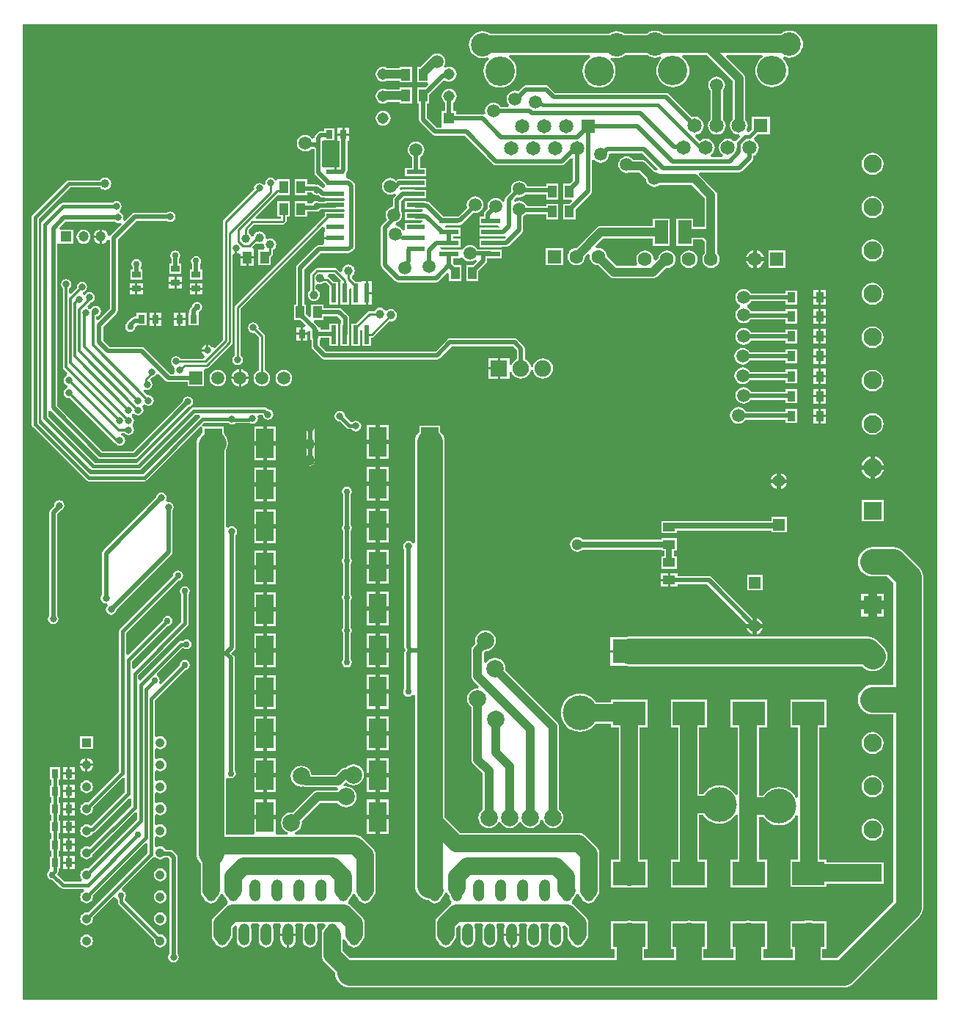
<source format=gbl>
G04*
G04 #@! TF.GenerationSoftware,Altium Limited,Altium Designer,20.0.13 (296)*
G04*
G04 Layer_Physical_Order=2*
G04 Layer_Color=16711680*
%FSLAX44Y44*%
%MOMM*%
G71*
G01*
G75*
%ADD16C,0.2540*%
%ADD22R,1.0000X1.4000*%
%ADD23R,0.8000X1.0000*%
%ADD24R,1.4000X1.0000*%
%ADD28R,1.0000X0.8000*%
%ADD33R,3.8100X2.7940*%
%ADD36C,2.0000*%
%ADD86C,0.5000*%
%ADD87C,1.0000*%
%ADD88C,0.7000*%
%ADD89C,0.4000*%
%ADD90C,3.0000*%
%ADD91C,0.4500*%
%ADD92C,1.2000*%
%ADD93R,1.2000X1.2000*%
%ADD94C,2.7000*%
%ADD95C,1.6500*%
%ADD96R,1.6500X1.6500*%
%ADD97C,3.4000*%
%ADD98C,1.9050*%
%ADD99R,1.9050X1.9050*%
%ADD100C,1.5000*%
%ADD101R,1.5000X1.5000*%
%ADD102C,1.6000*%
%ADD103R,1.6000X1.6000*%
%ADD104C,2.1000*%
%ADD105R,2.1000X2.1000*%
%ADD106C,1.4000*%
%ADD107R,1.4000X1.4000*%
%ADD108R,1.6000X1.6000*%
%ADD109R,1.3080X1.3080*%
%ADD110C,1.3080*%
%ADD111R,1.0600X1.0600*%
%ADD112C,1.0600*%
%ADD113O,1.2700X2.5400*%
%ADD114C,0.8000*%
%ADD115C,4.0000*%
%ADD116C,1.0000*%
%ADD117C,0.7500*%
%ADD118C,1.3000*%
%ADD119C,1.2700*%
%ADD120C,2.0000*%
%ADD121R,2.2000X0.6000*%
%ADD122R,2.0600X0.6000*%
%ADD123R,0.6000X2.2000*%
%ADD124R,1.5300X2.7200*%
%ADD125R,0.9100X1.2200*%
%ADD126R,2.0000X3.4000*%
%ADD127C,0.3000*%
G36*
X1056000Y0D02*
X0D01*
Y1125000D01*
X1056000D01*
Y0D01*
D02*
G37*
%LPC*%
G36*
X885000Y1117575D02*
X881962Y1117276D01*
X879040Y1116389D01*
X876347Y1114950D01*
X875110Y1113935D01*
X787332D01*
X786711Y1113854D01*
X739989D01*
X738653Y1114950D01*
X735960Y1116389D01*
X733038Y1117276D01*
X730000Y1117575D01*
X726962Y1117276D01*
X724040Y1116389D01*
X721347Y1114950D01*
X720011Y1113854D01*
X694880D01*
X694153Y1114450D01*
X691460Y1115889D01*
X688539Y1116776D01*
X685500Y1117075D01*
X682461Y1116776D01*
X679540Y1115889D01*
X676847Y1114450D01*
X676220Y1113935D01*
X539780D01*
X539153Y1114450D01*
X536460Y1115889D01*
X533539Y1116776D01*
X530500Y1117075D01*
X527462Y1116776D01*
X524540Y1115889D01*
X521847Y1114450D01*
X519487Y1112513D01*
X517550Y1110153D01*
X516111Y1107460D01*
X515224Y1104538D01*
X514925Y1101500D01*
X515224Y1098462D01*
X516111Y1095540D01*
X517550Y1092847D01*
X519487Y1090487D01*
X521847Y1088550D01*
X524540Y1087111D01*
X527462Y1086224D01*
X530500Y1085925D01*
X533539Y1086224D01*
X536460Y1087111D01*
X536652Y1087213D01*
X538070Y1085091D01*
X537350Y1084500D01*
X534976Y1081607D01*
X533211Y1078306D01*
X532125Y1074725D01*
X531758Y1071000D01*
X532125Y1067275D01*
X533211Y1063694D01*
X534976Y1060393D01*
X537350Y1057500D01*
X540243Y1055126D01*
X543544Y1053361D01*
X547125Y1052275D01*
X550850Y1051908D01*
X554575Y1052275D01*
X558156Y1053361D01*
X561457Y1055126D01*
X564350Y1057500D01*
X566724Y1060393D01*
X568489Y1063694D01*
X569575Y1067275D01*
X569942Y1071000D01*
X569575Y1074725D01*
X568489Y1078306D01*
X566724Y1081607D01*
X564350Y1084500D01*
X561457Y1086874D01*
X561023Y1087106D01*
X561659Y1089646D01*
X654341D01*
X654977Y1087106D01*
X654543Y1086874D01*
X651650Y1084500D01*
X649276Y1081607D01*
X647511Y1078306D01*
X646425Y1074725D01*
X646058Y1071000D01*
X646425Y1067275D01*
X647511Y1063694D01*
X649276Y1060393D01*
X651650Y1057500D01*
X654543Y1055126D01*
X657844Y1053361D01*
X661425Y1052275D01*
X665150Y1051908D01*
X668875Y1052275D01*
X672456Y1053361D01*
X675757Y1055126D01*
X678650Y1057500D01*
X681024Y1060393D01*
X682789Y1063694D01*
X683875Y1067275D01*
X684242Y1071000D01*
X683875Y1074725D01*
X682789Y1078306D01*
X681024Y1081607D01*
X678650Y1084500D01*
X677930Y1085091D01*
X679348Y1087213D01*
X679540Y1087111D01*
X682461Y1086224D01*
X685500Y1085925D01*
X688539Y1086224D01*
X691460Y1087111D01*
X694153Y1088550D01*
X695489Y1089646D01*
X720620D01*
X721347Y1089050D01*
X724040Y1087611D01*
X726962Y1086724D01*
X730000Y1086425D01*
X733038Y1086724D01*
X735960Y1087611D01*
X736152Y1087713D01*
X737570Y1085591D01*
X736850Y1085000D01*
X734476Y1082107D01*
X732711Y1078806D01*
X731625Y1075225D01*
X731258Y1071500D01*
X731625Y1067775D01*
X732711Y1064194D01*
X734476Y1060893D01*
X736850Y1058000D01*
X739743Y1055626D01*
X743044Y1053861D01*
X746625Y1052775D01*
X750350Y1052408D01*
X754075Y1052775D01*
X757656Y1053861D01*
X760957Y1055626D01*
X763850Y1058000D01*
X766224Y1060893D01*
X767989Y1064194D01*
X769075Y1067775D01*
X769442Y1071500D01*
X769075Y1075225D01*
X767989Y1078806D01*
X766224Y1082107D01*
X763850Y1085000D01*
X761283Y1087106D01*
X761406Y1088271D01*
X762094Y1089646D01*
X787582D01*
X788203Y1089728D01*
X789537D01*
X819740Y1059526D01*
Y1015694D01*
X819240Y1015310D01*
X817597Y1013169D01*
X816564Y1010676D01*
X816212Y1008000D01*
X816564Y1005324D01*
X817597Y1002831D01*
X819240Y1000690D01*
X821381Y999047D01*
X823874Y998014D01*
X826550Y997662D01*
X826969Y997717D01*
X828155Y995311D01*
X823664Y990820D01*
X823379Y990640D01*
X823216Y990586D01*
X820438Y990464D01*
X819019Y991553D01*
X816526Y992586D01*
X813850Y992939D01*
X811174Y992586D01*
X808681Y991553D01*
X806540Y989910D01*
X804897Y987769D01*
X803864Y985276D01*
X803512Y982600D01*
X803864Y979924D01*
X804897Y977431D01*
X806540Y975290D01*
X808053Y974128D01*
X807297Y971588D01*
X795004D01*
X794247Y974128D01*
X795760Y975290D01*
X797403Y977431D01*
X798436Y979924D01*
X798788Y982600D01*
X798436Y985276D01*
X797403Y987769D01*
X795760Y989910D01*
X793619Y991553D01*
X791126Y992586D01*
X788450Y992939D01*
X785774Y992586D01*
X783281Y991553D01*
X781184Y989944D01*
X775949Y995179D01*
X776906Y997814D01*
X778426Y998014D01*
X780919Y999047D01*
X783060Y1000690D01*
X784703Y1002831D01*
X785736Y1005324D01*
X786088Y1008000D01*
X785736Y1010676D01*
X784703Y1013169D01*
X783060Y1015310D01*
X780919Y1016953D01*
X778426Y1017986D01*
X775750Y1018338D01*
X773074Y1017986D01*
X772493Y1017746D01*
X745994Y1044244D01*
X744506Y1045239D01*
X742750Y1045588D01*
X614901D01*
X607244Y1053244D01*
X605756Y1054239D01*
X604000Y1054588D01*
X581000D01*
X579244Y1054239D01*
X577756Y1053244D01*
X572097Y1047586D01*
X570480Y1048255D01*
X568000Y1048582D01*
X565520Y1048255D01*
X563209Y1047298D01*
X561225Y1045776D01*
X559702Y1043791D01*
X558745Y1041480D01*
X558418Y1039000D01*
X558745Y1036520D01*
X559702Y1034209D01*
X561225Y1032225D01*
X561350Y1032128D01*
X560488Y1029588D01*
X551382D01*
X551298Y1029791D01*
X549776Y1031776D01*
X547791Y1033298D01*
X545480Y1034256D01*
X543000Y1034582D01*
X540520Y1034256D01*
X538209Y1033298D01*
X536225Y1031776D01*
X534702Y1029791D01*
X533745Y1027480D01*
X533418Y1025000D01*
X533699Y1022862D01*
X533023Y1021976D01*
X531650Y1020939D01*
X530400Y1021188D01*
X500640D01*
Y1025140D01*
X496688D01*
Y1034756D01*
X498191Y1035909D01*
X499560Y1037693D01*
X500420Y1039771D01*
X500714Y1042000D01*
X500420Y1044229D01*
X499560Y1046307D01*
X498191Y1048091D01*
X496407Y1049460D01*
X494329Y1050320D01*
X492100Y1050614D01*
X489871Y1050320D01*
X487793Y1049460D01*
X486009Y1048091D01*
X484640Y1046307D01*
X483780Y1044229D01*
X483486Y1042000D01*
X483780Y1039771D01*
X484640Y1037693D01*
X486009Y1035909D01*
X487512Y1034756D01*
Y1025140D01*
X483560D01*
Y1008060D01*
X483560D01*
X483396Y1005588D01*
X477901D01*
X466588Y1016900D01*
Y1034000D01*
X469000D01*
Y1043758D01*
X469744Y1044256D01*
X486455Y1060967D01*
X487793Y1059940D01*
X489871Y1059080D01*
X492100Y1058786D01*
X494329Y1059080D01*
X496407Y1059940D01*
X498191Y1061309D01*
X499560Y1063093D01*
X500420Y1065171D01*
X500714Y1067400D01*
X500420Y1069629D01*
X499560Y1071707D01*
X498191Y1073491D01*
X496407Y1074860D01*
X494329Y1075720D01*
X492100Y1076014D01*
X489871Y1075720D01*
X487793Y1074860D01*
X487560Y1074680D01*
X485748Y1076492D01*
X486298Y1077209D01*
X487256Y1079520D01*
X487582Y1082000D01*
X487256Y1084480D01*
X486298Y1086791D01*
X484776Y1088775D01*
X482791Y1090298D01*
X480480Y1091255D01*
X478000Y1091582D01*
X475520Y1091255D01*
X473209Y1090298D01*
X471225Y1088775D01*
X469702Y1086791D01*
X469547Y1086416D01*
X469051Y1086036D01*
X459015Y1076000D01*
X455000D01*
Y1069459D01*
X454940Y1069000D01*
Y1067000D01*
X455000Y1066541D01*
Y1058000D01*
X466919D01*
X467971Y1055460D01*
X464599Y1052088D01*
X464500D01*
X464057Y1052000D01*
X455000D01*
Y1034000D01*
X457412D01*
Y1015000D01*
X457761Y1013244D01*
X458756Y1011756D01*
X472756Y997756D01*
X474244Y996761D01*
X476000Y996412D01*
X510099D01*
X542756Y963756D01*
X544244Y962761D01*
X546000Y962412D01*
X622000D01*
X623756Y962761D01*
X625244Y963756D01*
X632622Y971133D01*
X635162Y970081D01*
Y944650D01*
X631511Y941000D01*
X624000D01*
Y923000D01*
X633193D01*
X634165Y920653D01*
X631511Y918000D01*
X624000D01*
Y900000D01*
X638000D01*
Y911511D01*
X655744Y929256D01*
X656739Y930744D01*
X657088Y932500D01*
Y968140D01*
X659628Y969002D01*
X660225Y968225D01*
X662209Y966702D01*
X664520Y965745D01*
X667000Y965418D01*
X669480Y965745D01*
X671791Y966702D01*
X673775Y968225D01*
X675298Y970209D01*
X676255Y972520D01*
X676582Y975000D01*
X678935Y976412D01*
X715100D01*
X733233Y958279D01*
X731794Y956125D01*
X731480Y956255D01*
X729464Y956521D01*
X719698Y966286D01*
X718236Y967409D01*
X716533Y968114D01*
X714706Y968354D01*
X704866D01*
X703775Y969775D01*
X701791Y971298D01*
X699480Y972255D01*
X697000Y972582D01*
X694520Y972255D01*
X692209Y971298D01*
X690225Y969775D01*
X688702Y967791D01*
X687745Y965480D01*
X687418Y963000D01*
X687745Y960520D01*
X688702Y958209D01*
X690225Y956225D01*
X692209Y954702D01*
X694520Y953745D01*
X697000Y953418D01*
X699480Y953745D01*
X700661Y954234D01*
X711781D01*
X719479Y946536D01*
X719744Y944520D01*
X720702Y942209D01*
X722225Y940225D01*
X724209Y938702D01*
X726520Y937745D01*
X729000Y937418D01*
X731480Y937745D01*
X733791Y938702D01*
X735404Y939940D01*
X772076D01*
X787340Y924676D01*
Y891060D01*
X773650D01*
Y900600D01*
X754350D01*
Y869400D01*
X773650D01*
Y876940D01*
X785076D01*
X787340Y874676D01*
Y861187D01*
X787268Y861132D01*
X785665Y859043D01*
X784657Y856610D01*
X784314Y854000D01*
X784657Y851389D01*
X785665Y848957D01*
X787268Y846868D01*
X789357Y845265D01*
X791789Y844257D01*
X794400Y843914D01*
X797010Y844257D01*
X799443Y845265D01*
X801532Y846868D01*
X803135Y848957D01*
X804143Y851389D01*
X804486Y854000D01*
X804143Y856610D01*
X803135Y859043D01*
X801532Y861132D01*
X801460Y861187D01*
Y877600D01*
Y927600D01*
X801220Y929427D01*
X800515Y931130D01*
X799392Y932592D01*
X780113Y951872D01*
X780145Y952356D01*
X781012Y954412D01*
X827000D01*
X828756Y954761D01*
X830244Y955756D01*
X842032Y967544D01*
X843027Y969032D01*
X843376Y970788D01*
Y973215D01*
X844419Y973647D01*
X846560Y975290D01*
X848203Y977431D01*
X849236Y979924D01*
X849588Y982600D01*
X849236Y985276D01*
X848203Y987769D01*
X846560Y989910D01*
X844874Y991204D01*
X844137Y994059D01*
X847828Y997750D01*
X862200D01*
Y1018250D01*
X841700D01*
Y1003878D01*
X838376Y1000554D01*
X837089Y1000725D01*
X836476Y1001540D01*
X835766Y1003464D01*
X836536Y1005324D01*
X836888Y1008000D01*
X836536Y1010676D01*
X835503Y1013169D01*
X833860Y1015310D01*
Y1062532D01*
X833620Y1064359D01*
X832915Y1066062D01*
X831792Y1067524D01*
X831441Y1067794D01*
X811853Y1087382D01*
X812825Y1089728D01*
X853059D01*
X853785Y1087990D01*
X853816Y1087188D01*
X851150Y1085000D01*
X848776Y1082107D01*
X847011Y1078806D01*
X845925Y1075225D01*
X845558Y1071500D01*
X845925Y1067775D01*
X847011Y1064194D01*
X848776Y1060893D01*
X851150Y1058000D01*
X854043Y1055626D01*
X857344Y1053861D01*
X860925Y1052775D01*
X864650Y1052408D01*
X868375Y1052775D01*
X871956Y1053861D01*
X875257Y1055626D01*
X878150Y1058000D01*
X880524Y1060893D01*
X882289Y1064194D01*
X883375Y1067775D01*
X883742Y1071500D01*
X883375Y1075225D01*
X882289Y1078806D01*
X880524Y1082107D01*
X878150Y1085000D01*
X877430Y1085591D01*
X878848Y1087713D01*
X879040Y1087611D01*
X881962Y1086724D01*
X885000Y1086425D01*
X888038Y1086724D01*
X890960Y1087611D01*
X893653Y1089050D01*
X896013Y1090987D01*
X897950Y1093347D01*
X899389Y1096040D01*
X900276Y1098961D01*
X900575Y1102000D01*
X900276Y1105039D01*
X899389Y1107960D01*
X897950Y1110653D01*
X896013Y1113013D01*
X893653Y1114950D01*
X890960Y1116389D01*
X888038Y1117276D01*
X885000Y1117575D01*
D02*
G37*
G36*
X415900Y1076014D02*
X413671Y1075720D01*
X411593Y1074860D01*
X409809Y1073491D01*
X408440Y1071707D01*
X407580Y1069629D01*
X407286Y1067400D01*
X407580Y1065171D01*
X408440Y1063093D01*
X409809Y1061309D01*
X411593Y1059940D01*
X413671Y1059080D01*
X415900Y1058786D01*
X418129Y1059080D01*
X420207Y1059940D01*
X420466Y1060140D01*
X435000D01*
Y1058000D01*
X449000D01*
Y1066541D01*
X449060Y1067000D01*
Y1067200D01*
X449000Y1067659D01*
Y1076000D01*
X435000D01*
Y1074260D01*
X420988D01*
X420207Y1074860D01*
X418129Y1075720D01*
X415900Y1076014D01*
D02*
G37*
G36*
X449000Y1052000D02*
X435000D01*
Y1049560D01*
X419964D01*
X418129Y1050320D01*
X415900Y1050614D01*
X413671Y1050320D01*
X411593Y1049460D01*
X409809Y1048091D01*
X408440Y1046307D01*
X407580Y1044229D01*
X407286Y1042000D01*
X407580Y1039771D01*
X408440Y1037693D01*
X409809Y1035909D01*
X411593Y1034540D01*
X413671Y1033680D01*
X415900Y1033386D01*
X418129Y1033680D01*
X420207Y1034540D01*
X421379Y1035440D01*
X435000D01*
Y1034000D01*
X449000D01*
Y1042041D01*
X449060Y1042500D01*
Y1043000D01*
X449000Y1043459D01*
Y1052000D01*
D02*
G37*
G36*
X415900Y1025214D02*
X413671Y1024920D01*
X411593Y1024060D01*
X409809Y1022691D01*
X408440Y1020907D01*
X407580Y1018829D01*
X407286Y1016600D01*
X407580Y1014371D01*
X408440Y1012293D01*
X409809Y1010509D01*
X411593Y1009140D01*
X413671Y1008280D01*
X415900Y1007986D01*
X418129Y1008280D01*
X420207Y1009140D01*
X421991Y1010509D01*
X423360Y1012293D01*
X424220Y1014371D01*
X424514Y1016600D01*
X424220Y1018829D01*
X423360Y1020907D01*
X421991Y1022691D01*
X420207Y1024060D01*
X418129Y1024920D01*
X415900Y1025214D01*
D02*
G37*
G36*
X376540Y1005540D02*
X371270D01*
Y999270D01*
X376540D01*
Y1005540D01*
D02*
G37*
G36*
X368730D02*
X363460D01*
Y999270D01*
X368730D01*
Y1005540D01*
D02*
G37*
G36*
X801000Y1064582D02*
X798520Y1064256D01*
X796209Y1063298D01*
X794224Y1061775D01*
X792702Y1059791D01*
X791745Y1057480D01*
X791418Y1055000D01*
X791745Y1052520D01*
X792702Y1050209D01*
X794015Y1048498D01*
Y1015445D01*
X793840Y1015310D01*
X792197Y1013169D01*
X791164Y1010676D01*
X790812Y1008000D01*
X791164Y1005324D01*
X792197Y1002831D01*
X793840Y1000690D01*
X795981Y999047D01*
X798474Y998014D01*
X801150Y997662D01*
X803826Y998014D01*
X806319Y999047D01*
X808460Y1000690D01*
X810103Y1002831D01*
X811136Y1005324D01*
X811488Y1008000D01*
X811136Y1010676D01*
X810103Y1013169D01*
X808460Y1015310D01*
X808135Y1015560D01*
Y1048694D01*
X809298Y1050209D01*
X810256Y1052520D01*
X810582Y1055000D01*
X810256Y1057480D01*
X809298Y1059791D01*
X807775Y1061775D01*
X805791Y1063298D01*
X803480Y1064256D01*
X801000Y1064582D01*
D02*
G37*
G36*
X360000Y1005000D02*
X348000D01*
Y1001588D01*
X343929D01*
X342173Y1001239D01*
X340685Y1000244D01*
X337756Y997315D01*
X336761Y995827D01*
X336412Y994071D01*
Y993996D01*
X336330Y993950D01*
X333872Y993347D01*
X332775Y994775D01*
X330791Y996298D01*
X328480Y997255D01*
X326000Y997582D01*
X323520Y997255D01*
X321209Y996298D01*
X319225Y994775D01*
X317702Y992791D01*
X316745Y990480D01*
X316418Y988000D01*
X316745Y985520D01*
X317702Y983209D01*
X319225Y981225D01*
X321209Y979702D01*
X323520Y978745D01*
X326000Y978418D01*
X328480Y978745D01*
X330791Y979702D01*
X332775Y981225D01*
X332986Y981498D01*
X336013D01*
X336412Y981099D01*
Y954050D01*
X336761Y952294D01*
X337756Y950806D01*
X348300Y940261D01*
X348300Y937487D01*
X345992Y936217D01*
X345892Y936303D01*
X344950Y937244D01*
X343462Y938239D01*
X343372Y938257D01*
X343326Y938326D01*
X341341Y939652D01*
X339000Y940118D01*
X338176Y939954D01*
X337500Y940088D01*
X328000D01*
Y946000D01*
X314000D01*
Y928000D01*
X328000D01*
Y930912D01*
X333847D01*
X334674Y929674D01*
X336659Y928348D01*
X339000Y927883D01*
X340947Y928270D01*
X342912Y926306D01*
X344400Y925311D01*
X346156Y924962D01*
X348300D01*
Y924050D01*
X370518D01*
X371326Y922700D01*
X370518Y921350D01*
X348300D01*
Y920438D01*
X341661D01*
X341341Y920652D01*
X339000Y921117D01*
X336659Y920652D01*
X334674Y919326D01*
X333847Y918088D01*
X328000D01*
Y921000D01*
X314000D01*
Y903000D01*
X328000D01*
Y908912D01*
X337500D01*
X338176Y909046D01*
X339000Y908883D01*
X341341Y909348D01*
X343326Y910674D01*
X343718Y911262D01*
X360100D01*
X360543Y911350D01*
X370518D01*
X371326Y910000D01*
X370518Y908650D01*
X348300D01*
Y903365D01*
X245643Y800707D01*
X244920Y799626D01*
X244666Y798350D01*
Y742988D01*
X243674Y742326D01*
X242348Y740341D01*
X241882Y738000D01*
X242348Y735659D01*
X243674Y733674D01*
X245659Y732348D01*
X248000Y731882D01*
X250341Y732348D01*
X252326Y733674D01*
X253652Y735659D01*
X254118Y738000D01*
X253652Y740341D01*
X252326Y742326D01*
X251334Y742988D01*
Y796969D01*
X345953Y891588D01*
X348300Y890616D01*
X348300Y886106D01*
X347760Y883790D01*
X347760Y883634D01*
Y879520D01*
X360600D01*
Y876980D01*
X347760D01*
Y872866D01*
X347760Y872710D01*
X347767Y872678D01*
X345751Y870138D01*
X341550D01*
X339794Y869789D01*
X338306Y868794D01*
X316756Y847244D01*
X315761Y845756D01*
X315412Y844000D01*
Y802000D01*
X313000D01*
Y784000D01*
X320511D01*
X326431Y778080D01*
X325379Y775540D01*
X323270D01*
Y769270D01*
X328540D01*
Y770277D01*
X331080Y771605D01*
X331912Y771027D01*
Y769500D01*
X332000Y769057D01*
Y761000D01*
X333412D01*
Y753000D01*
X333761Y751244D01*
X334756Y749756D01*
X344756Y739756D01*
X346244Y738761D01*
X348000Y738412D01*
X478000D01*
X479756Y738761D01*
X481244Y739756D01*
X494901Y753412D01*
X566100D01*
X570412Y749100D01*
Y738574D01*
X569188Y738067D01*
X566780Y736220D01*
X564933Y733812D01*
X564205Y732055D01*
X561665Y732560D01*
Y740065D01*
X550870D01*
Y728000D01*
Y715935D01*
X561665D01*
Y723440D01*
X564205Y723945D01*
X564933Y722188D01*
X566780Y719780D01*
X569188Y717933D01*
X571991Y716772D01*
X575000Y716376D01*
X578009Y716772D01*
X580812Y717933D01*
X583220Y719780D01*
X585067Y722188D01*
X586228Y724991D01*
X586419Y726440D01*
X588981D01*
X589172Y724991D01*
X590333Y722188D01*
X592180Y719780D01*
X594588Y717933D01*
X597391Y716772D01*
X600400Y716376D01*
X603409Y716772D01*
X606212Y717933D01*
X608620Y719780D01*
X610467Y722188D01*
X611628Y724991D01*
X612024Y728000D01*
X611628Y731009D01*
X610467Y733812D01*
X608620Y736220D01*
X606212Y738067D01*
X603409Y739228D01*
X600400Y739624D01*
X597391Y739228D01*
X594588Y738067D01*
X592180Y736220D01*
X590333Y733812D01*
X589172Y731009D01*
X588981Y729560D01*
X586419D01*
X586228Y731009D01*
X585067Y733812D01*
X583220Y736220D01*
X580812Y738067D01*
X579588Y738574D01*
Y751000D01*
X579239Y752756D01*
X578244Y754244D01*
X571244Y761244D01*
X569756Y762239D01*
X568000Y762588D01*
X493000D01*
X491244Y762239D01*
X489756Y761244D01*
X476100Y747588D01*
X349901D01*
X342588Y754901D01*
Y761000D01*
X344000D01*
Y763412D01*
X353950D01*
Y754000D01*
X363950D01*
Y780000D01*
X353950D01*
Y772588D01*
X344000D01*
Y775000D01*
X340989D01*
X340739Y776256D01*
X339744Y777744D01*
X335835Y781653D01*
X336807Y784000D01*
X347000D01*
Y788412D01*
X363100D01*
X367412Y784100D01*
Y780000D01*
X366650D01*
Y754000D01*
X376650D01*
Y780000D01*
X376588D01*
Y786000D01*
X376239Y787756D01*
X375244Y789244D01*
X368244Y796244D01*
X366756Y797239D01*
X365000Y797588D01*
X347000D01*
Y802000D01*
X333000D01*
Y787807D01*
X330653Y786835D01*
X327000Y790489D01*
Y802000D01*
X324588D01*
Y842100D01*
X343451Y860962D01*
X348300D01*
Y860550D01*
X372900D01*
Y860962D01*
X376071D01*
X377827Y861311D01*
X379315Y862306D01*
X382244Y865235D01*
X383239Y866723D01*
X383588Y868479D01*
Y938821D01*
X383239Y940577D01*
X382244Y942065D01*
X379315Y944994D01*
X377827Y945989D01*
X376071Y946338D01*
X375415D01*
X373433Y948878D01*
X373440Y948909D01*
X373440Y948910D01*
X373440Y948910D01*
Y953598D01*
X374239Y954794D01*
X374588Y956550D01*
Y990460D01*
X376540D01*
Y996730D01*
X363460D01*
Y990460D01*
X365412D01*
Y959990D01*
X361870D01*
Y954450D01*
X359330D01*
Y959990D01*
X347760D01*
Y959990D01*
X345588Y960879D01*
Y983000D01*
Y990691D01*
X348000Y991000D01*
Y991000D01*
X360000D01*
Y1005000D01*
D02*
G37*
G36*
X981000Y976608D02*
X977737Y976178D01*
X974696Y974919D01*
X972085Y972915D01*
X970081Y970304D01*
X968822Y967263D01*
X968392Y964000D01*
X968822Y960737D01*
X970081Y957696D01*
X972085Y955085D01*
X974696Y953081D01*
X977737Y951822D01*
X981000Y951392D01*
X984263Y951822D01*
X987304Y953081D01*
X989915Y955085D01*
X991919Y957696D01*
X993178Y960737D01*
X993608Y964000D01*
X993178Y967263D01*
X991919Y970304D01*
X989915Y972915D01*
X987304Y974919D01*
X984263Y976178D01*
X981000Y976608D01*
D02*
G37*
G36*
X454000Y989582D02*
X451520Y989256D01*
X449209Y988298D01*
X447225Y986775D01*
X445702Y984791D01*
X444745Y982480D01*
X444418Y980000D01*
X444745Y977520D01*
X445702Y975209D01*
X447225Y973224D01*
X449209Y971702D01*
X449412Y971618D01*
Y959450D01*
X441100D01*
Y949450D01*
X465700D01*
Y959450D01*
X458588D01*
Y971618D01*
X458791Y971702D01*
X460775Y973224D01*
X462298Y975209D01*
X463256Y977520D01*
X463582Y980000D01*
X463256Y982480D01*
X462298Y984791D01*
X460775Y986775D01*
X458791Y988298D01*
X456480Y989256D01*
X454000Y989582D01*
D02*
G37*
G36*
X286000Y948118D02*
X283659Y947652D01*
X281674Y946326D01*
X280348Y944341D01*
X279883Y942000D01*
X280145Y940678D01*
X277753Y939687D01*
X277326Y940326D01*
X275341Y941652D01*
X273000Y942117D01*
X270659Y941652D01*
X268674Y940326D01*
X267348Y938341D01*
X266882Y936000D01*
X267115Y934830D01*
X231832Y899547D01*
X231109Y898465D01*
X230855Y897189D01*
Y761289D01*
X221481Y751915D01*
X218506Y752532D01*
X217715Y753715D01*
X215552Y755161D01*
X214270Y755415D01*
Y749000D01*
X213000D01*
Y747730D01*
X206584D01*
X206840Y746448D01*
X208285Y744285D01*
X209139Y743714D01*
X209561Y741083D01*
X208053Y739334D01*
X181988D01*
X181326Y740326D01*
X179341Y741652D01*
X177000Y742117D01*
X174659Y741652D01*
X172674Y740326D01*
X171348Y738341D01*
X170882Y736000D01*
X171348Y733659D01*
X172674Y731674D01*
X173951Y730821D01*
X175348Y728341D01*
X174883Y726000D01*
X175255Y724128D01*
X174353Y722426D01*
X173677Y721588D01*
X169900D01*
X140244Y751244D01*
X138756Y752239D01*
X137000Y752588D01*
X99901D01*
X92588Y759901D01*
Y776099D01*
X108244Y791756D01*
X109239Y793244D01*
X109588Y795000D01*
Y877100D01*
X130900Y898412D01*
X166067D01*
X167659Y897348D01*
X170000Y896882D01*
X172341Y897348D01*
X174326Y898674D01*
X175652Y900659D01*
X176117Y903000D01*
X175652Y905341D01*
X174326Y907326D01*
X172341Y908652D01*
X170000Y909118D01*
X167659Y908652D01*
X166067Y907588D01*
X129000D01*
X127244Y907239D01*
X125756Y906244D01*
X117765Y898254D01*
X115786Y899569D01*
X115670Y899751D01*
X116117Y902000D01*
X115652Y904341D01*
X114326Y906326D01*
X112341Y907652D01*
X111830Y910343D01*
X112326Y910674D01*
X113652Y912659D01*
X114118Y915000D01*
X113652Y917341D01*
X112326Y919326D01*
X110341Y920652D01*
X108000Y921117D01*
X105659Y920652D01*
X103674Y919326D01*
X103509Y919078D01*
X46000D01*
X46000Y919078D01*
X44439Y918768D01*
X43116Y917884D01*
X43116Y917884D01*
X22116Y896884D01*
X21232Y895561D01*
X20922Y894000D01*
X20922Y894000D01*
Y671000D01*
X20922Y671000D01*
X21232Y669439D01*
X22116Y668116D01*
X78116Y612116D01*
X78116Y612116D01*
X79439Y611232D01*
X81000Y610922D01*
X81000Y610922D01*
X133515D01*
X133515Y610922D01*
X135076Y611232D01*
X136399Y612116D01*
X199204Y674922D01*
X203842D01*
X204614Y672391D01*
X204614Y672382D01*
X138311Y606078D01*
X77689D01*
X18078Y665689D01*
Y900311D01*
X54689Y936922D01*
X89306D01*
X90007Y936008D01*
X91470Y934885D01*
X93173Y934180D01*
X95000Y933940D01*
X96827Y934180D01*
X98530Y934885D01*
X99992Y936008D01*
X101115Y937470D01*
X101820Y939173D01*
X102060Y941000D01*
X101820Y942827D01*
X101115Y944530D01*
X99992Y945992D01*
X98530Y947114D01*
X96827Y947820D01*
X95000Y948060D01*
X93173Y947820D01*
X91470Y947114D01*
X90007Y945992D01*
X89306Y945078D01*
X53000D01*
X51439Y944768D01*
X50116Y943884D01*
X50116Y943884D01*
X11116Y904884D01*
X10232Y903561D01*
X9922Y902000D01*
X9922Y902000D01*
Y664000D01*
X9922Y664000D01*
X10232Y662439D01*
X11116Y661116D01*
X73116Y599116D01*
X74439Y598232D01*
X76000Y597922D01*
X76000Y597922D01*
X140000D01*
X140000Y597922D01*
X141561Y598232D01*
X142884Y599116D01*
X205462Y661695D01*
X207640Y660280D01*
X207640Y658504D01*
Y654243D01*
X207221Y653899D01*
X205221Y651899D01*
X203097Y649310D01*
X201518Y646357D01*
X200546Y643153D01*
X200218Y639820D01*
Y169000D01*
X200546Y165667D01*
X201518Y162463D01*
X203097Y159510D01*
X205196Y156951D01*
Y125800D01*
X205609Y122667D01*
X206818Y119748D01*
X208741Y117241D01*
X209380Y116752D01*
X210006Y115239D01*
X211345Y113495D01*
X213089Y112156D01*
X215120Y111315D01*
X217300Y111028D01*
X219480Y111315D01*
X221511Y112156D01*
X223255Y113495D01*
X224594Y115239D01*
X225220Y116752D01*
X225858Y117241D01*
X227782Y119748D01*
X228662Y121873D01*
X231338D01*
X232218Y119748D01*
X234142Y117241D01*
X234780Y116752D01*
X235406Y115239D01*
X236745Y113495D01*
X236843Y113420D01*
X236460Y110512D01*
X235664Y110182D01*
X233157Y108258D01*
X221441Y96543D01*
X219518Y94036D01*
X218309Y91117D01*
X217896Y87984D01*
Y75000D01*
X218309Y71867D01*
X219518Y68948D01*
X221441Y66441D01*
X222080Y65952D01*
X222706Y64439D01*
X224045Y62695D01*
X225789Y61356D01*
X227820Y60515D01*
X230000Y60228D01*
X232180Y60515D01*
X234211Y61356D01*
X235955Y62695D01*
X237294Y64439D01*
X237920Y65952D01*
X238559Y66441D01*
X240482Y68948D01*
X241691Y71867D01*
X242104Y75000D01*
Y82971D01*
X245177Y86044D01*
X245511Y85933D01*
X247265Y83530D01*
X246978Y81350D01*
Y68650D01*
X247265Y66470D01*
X248106Y64439D01*
X249445Y62695D01*
X251189Y61356D01*
X253220Y60515D01*
X255400Y60228D01*
X257580Y60515D01*
X259611Y61356D01*
X261355Y62695D01*
X262694Y64439D01*
X263535Y66470D01*
X263822Y68650D01*
Y81350D01*
X263535Y83530D01*
X262903Y85056D01*
X263583Y86665D01*
X264333Y87596D01*
X271866D01*
X272617Y86665D01*
X273297Y85056D01*
X272665Y83530D01*
X272378Y81350D01*
Y68650D01*
X272665Y66470D01*
X273506Y64439D01*
X274845Y62695D01*
X276589Y61356D01*
X278620Y60515D01*
X280800Y60228D01*
X282980Y60515D01*
X285011Y61356D01*
X286755Y62695D01*
X288094Y64439D01*
X288935Y66470D01*
X289222Y68650D01*
Y81350D01*
X288935Y83530D01*
X288303Y85056D01*
X288983Y86665D01*
X289734Y87596D01*
X296879D01*
X298113Y85056D01*
X297539Y83671D01*
X297233Y81350D01*
Y76270D01*
X306200D01*
X315167D01*
Y81350D01*
X314861Y83671D01*
X314287Y85056D01*
X315521Y87596D01*
X322667D01*
X323417Y86665D01*
X324097Y85056D01*
X323465Y83530D01*
X323178Y81350D01*
Y68650D01*
X323465Y66470D01*
X324306Y64439D01*
X325645Y62695D01*
X327389Y61356D01*
X329420Y60515D01*
X331600Y60228D01*
X333780Y60515D01*
X335811Y61356D01*
X337555Y62695D01*
X338894Y64439D01*
X339735Y66470D01*
X340022Y68650D01*
Y81350D01*
X339735Y83530D01*
X339103Y85056D01*
X339783Y86665D01*
X340533Y87596D01*
X348066D01*
X348817Y86665D01*
X349497Y85056D01*
X349080Y84048D01*
X348442Y83559D01*
X346518Y81052D01*
X345309Y78133D01*
X344896Y75000D01*
Y51750D01*
X345309Y48617D01*
X346518Y45698D01*
X348442Y43191D01*
X360422Y31211D01*
X360746Y27917D01*
X361718Y24713D01*
X363297Y21760D01*
X365421Y19171D01*
X368010Y17047D01*
X370963Y15468D01*
X374167Y14496D01*
X377500Y14168D01*
X947250D01*
X950583Y14496D01*
X953787Y15468D01*
X956740Y17047D01*
X959329Y19171D01*
X1034329Y94171D01*
X1036453Y96760D01*
X1038032Y99713D01*
X1039004Y102917D01*
X1039176Y104662D01*
X1039332Y106250D01*
X1039332Y106250D01*
Y342750D01*
Y487426D01*
X1039332Y487426D01*
X1039176Y489015D01*
X1039004Y490759D01*
X1038032Y493964D01*
X1036453Y496917D01*
X1034329Y499505D01*
X1016755Y517079D01*
X1014167Y519203D01*
X1011214Y520782D01*
X1008009Y521754D01*
X1004676Y522082D01*
X981000D01*
X977667Y521754D01*
X974463Y520782D01*
X971510Y519203D01*
X968921Y517079D01*
X966797Y514490D01*
X965218Y511537D01*
X964246Y508333D01*
X963918Y505000D01*
X964246Y501667D01*
X965218Y498463D01*
X966797Y495510D01*
X968921Y492921D01*
X971510Y490797D01*
X974463Y489218D01*
X977667Y488246D01*
X981000Y487918D01*
X997601D01*
X1005168Y480351D01*
Y363082D01*
X981000D01*
X977667Y362754D01*
X974463Y361782D01*
X971510Y360203D01*
X968921Y358079D01*
X966797Y355490D01*
X965218Y352537D01*
X964246Y349333D01*
X963918Y346000D01*
X964246Y342667D01*
X965218Y339463D01*
X966797Y336510D01*
X968921Y333921D01*
X971510Y331797D01*
X974463Y330218D01*
X977667Y329246D01*
X981000Y328918D01*
X1005168D01*
Y113326D01*
X940174Y48332D01*
X923082D01*
Y58410D01*
X928050D01*
Y90350D01*
X913417D01*
X910833Y91134D01*
X907500Y91462D01*
X907030D01*
X903697Y91134D01*
X901113Y90350D01*
X885950D01*
Y58410D01*
X888918D01*
Y48332D01*
X854582D01*
Y58095D01*
X859050D01*
Y90035D01*
X843167D01*
X840583Y90819D01*
X837250Y91147D01*
X833917Y90819D01*
X831333Y90035D01*
X816950D01*
Y58095D01*
X820418D01*
Y48332D01*
X785832D01*
Y58095D01*
X790050D01*
Y90035D01*
X774917D01*
X772333Y90819D01*
X769000Y91147D01*
X765667Y90819D01*
X763083Y90035D01*
X747950D01*
Y58095D01*
X751668D01*
Y48332D01*
X717332D01*
Y58095D01*
X721050D01*
Y90035D01*
X706167D01*
X703583Y90819D01*
X700250Y91147D01*
X696917Y90819D01*
X694333Y90035D01*
X678950D01*
Y58095D01*
X683168D01*
Y48332D01*
X377535D01*
X369104Y56764D01*
Y69106D01*
X371644Y69611D01*
X371918Y68948D01*
X373842Y66441D01*
X374480Y65952D01*
X375106Y64439D01*
X376445Y62695D01*
X378189Y61356D01*
X380220Y60515D01*
X382400Y60228D01*
X384580Y60515D01*
X386611Y61356D01*
X388355Y62695D01*
X389694Y64439D01*
X390320Y65952D01*
X390959Y66441D01*
X392882Y68948D01*
X394091Y71867D01*
X394504Y75000D01*
Y87984D01*
X394091Y91117D01*
X392882Y94036D01*
X390959Y96543D01*
X379243Y108258D01*
X376736Y110182D01*
X375940Y110512D01*
X375557Y113420D01*
X375655Y113495D01*
X376994Y115239D01*
X377620Y116752D01*
X378259Y117241D01*
X380182Y119748D01*
X381062Y121873D01*
X383738D01*
X384618Y119748D01*
X386541Y117241D01*
X387180Y116752D01*
X387806Y115239D01*
X389145Y113495D01*
X390889Y112156D01*
X392920Y111315D01*
X395100Y111028D01*
X397280Y111315D01*
X399311Y112156D01*
X401055Y113495D01*
X402394Y115239D01*
X403020Y116752D01*
X403658Y117241D01*
X405582Y119748D01*
X406791Y122667D01*
X407204Y125800D01*
Y166284D01*
X406791Y169417D01*
X405582Y172336D01*
X403658Y174843D01*
X391943Y186558D01*
X389436Y188482D01*
X386517Y189691D01*
X383384Y190104D01*
X314446D01*
X313941Y192644D01*
X316052Y193518D01*
X318559Y195441D01*
X320482Y197948D01*
X321691Y200867D01*
X322104Y204000D01*
X321857Y205872D01*
X342924Y226940D01*
X363292D01*
X364441Y225441D01*
X366948Y223518D01*
X369867Y222309D01*
X373000Y221896D01*
X376133Y222309D01*
X379052Y223518D01*
X381558Y225441D01*
X383482Y227948D01*
X384691Y230867D01*
X385103Y234000D01*
X384691Y237133D01*
X383482Y240052D01*
X381558Y242558D01*
X379052Y244482D01*
X376133Y245691D01*
X373000Y246103D01*
X371134Y245858D01*
X369948Y248264D01*
X372467Y250783D01*
X373144Y250739D01*
X375651Y248815D01*
X378570Y247606D01*
X381703Y247194D01*
X384835Y247606D01*
X387755Y248815D01*
X390261Y250739D01*
X392185Y253245D01*
X393394Y256164D01*
X393806Y259297D01*
X393394Y262430D01*
X392185Y265349D01*
X390261Y267856D01*
X387755Y269779D01*
X384835Y270988D01*
X381703Y271401D01*
X378570Y270988D01*
X375651Y269779D01*
X373144Y267856D01*
X372858Y267483D01*
X372208Y267568D01*
X370380Y267328D01*
X368677Y266623D01*
X367215Y265501D01*
X360775Y259060D01*
X333178D01*
X332938Y260886D01*
X331729Y263805D01*
X329805Y266311D01*
X327299Y268235D01*
X324380Y269444D01*
X321247Y269857D01*
X318114Y269444D01*
X315195Y268235D01*
X312688Y266311D01*
X310765Y263805D01*
X309556Y260886D01*
X309143Y257753D01*
X309556Y254620D01*
X310765Y251701D01*
X312688Y249195D01*
X315195Y247271D01*
X318114Y246062D01*
X321247Y245650D01*
X323407Y245934D01*
X323470Y245886D01*
X325173Y245180D01*
X327000Y244940D01*
X362502D01*
X363682Y242528D01*
X362484Y241060D01*
X340000D01*
X338173Y240820D01*
X336470Y240114D01*
X335008Y238992D01*
X311872Y215857D01*
X310000Y216104D01*
X306867Y215691D01*
X303948Y214482D01*
X301441Y212558D01*
X299518Y210052D01*
X298309Y207133D01*
X297896Y204000D01*
X298309Y200867D01*
X299518Y197948D01*
X301441Y195441D01*
X303948Y193518D01*
X306059Y192644D01*
X305554Y190104D01*
X294158D01*
X292180Y191460D01*
X292180Y192644D01*
Y208500D01*
X279640D01*
X267100D01*
Y192644D01*
X267100Y191460D01*
X265122Y190104D01*
X234382D01*
Y254834D01*
X236922Y256141D01*
X237757Y255584D01*
X240000Y255137D01*
X242243Y255584D01*
X244146Y256854D01*
X245416Y258757D01*
X245863Y261000D01*
X245416Y263244D01*
X244588Y264483D01*
Y394000D01*
X244239Y395756D01*
X243244Y397244D01*
X240700Y399789D01*
X244244Y403334D01*
X245239Y404822D01*
X245588Y406578D01*
Y536067D01*
X246652Y537659D01*
X247118Y540000D01*
X246652Y542341D01*
X245326Y544326D01*
X243341Y545652D01*
X241000Y546118D01*
X238659Y545652D01*
X236922Y544492D01*
X235770Y544776D01*
X234382Y545467D01*
Y633338D01*
X235422Y635283D01*
X236394Y638487D01*
X236722Y641820D01*
X236394Y645153D01*
X235422Y648357D01*
X233843Y651310D01*
X231719Y653899D01*
X231640Y653964D01*
Y660820D01*
X210116D01*
X208180Y660820D01*
X206765Y662998D01*
X209189Y665422D01*
X236910D01*
X237075Y665174D01*
X239060Y663848D01*
X241401Y663382D01*
X243742Y663848D01*
X245348Y664922D01*
X260872D01*
X260872Y664922D01*
X262258Y665198D01*
X262828Y664817D01*
X265169Y664351D01*
X267510Y664817D01*
X269495Y666143D01*
X270821Y668128D01*
X271287Y670469D01*
X270906Y672382D01*
X271759Y674015D01*
X272465Y674922D01*
X276898D01*
X277348Y672659D01*
X278674Y670674D01*
X280659Y669348D01*
X283000Y668883D01*
X285341Y669348D01*
X287326Y670674D01*
X288652Y672659D01*
X289118Y675000D01*
X288652Y677341D01*
X287326Y679326D01*
X285341Y680652D01*
X283000Y681117D01*
X282422Y681003D01*
X281541Y681884D01*
X280218Y682768D01*
X278657Y683078D01*
X278657Y683078D01*
X197515D01*
X197515Y683078D01*
X195954Y682768D01*
X194631Y681884D01*
X194631Y681884D01*
X131825Y619078D01*
X82689D01*
X29078Y672689D01*
Y679191D01*
X31618Y679961D01*
X31756Y679756D01*
X86756Y624756D01*
X88244Y623761D01*
X90000Y623412D01*
X128979D01*
X130735Y623761D01*
X132224Y624756D01*
X190963Y683495D01*
X192841Y683869D01*
X194826Y685195D01*
X196152Y687180D01*
X196618Y689521D01*
X196152Y691862D01*
X194826Y693847D01*
X192841Y695173D01*
X190500Y695638D01*
X188159Y695173D01*
X186174Y693847D01*
X184848Y691862D01*
X184475Y689984D01*
X127079Y632588D01*
X91901D01*
X39588Y684901D01*
Y871691D01*
X42000Y872000D01*
X42128Y872000D01*
X58000D01*
Y888000D01*
X43081D01*
X42029Y890540D01*
X48900Y897412D01*
X106067D01*
X107659Y896348D01*
X110000Y895882D01*
X112249Y896330D01*
X112431Y896214D01*
X113746Y894235D01*
X101756Y882244D01*
X101024Y881150D01*
X99381Y881180D01*
X98420Y881475D01*
X98320Y882229D01*
X97460Y884307D01*
X96091Y886091D01*
X94307Y887460D01*
X92229Y888320D01*
X91270Y888447D01*
Y880000D01*
Y871553D01*
X92229Y871680D01*
X94307Y872540D01*
X96091Y873909D01*
X97460Y875693D01*
X97872Y876688D01*
X100412Y876183D01*
Y796900D01*
X87109Y783597D01*
X84569Y784649D01*
Y787996D01*
X86341Y788348D01*
X88326Y789674D01*
X89652Y791659D01*
X90118Y794000D01*
X89652Y796341D01*
X88326Y798326D01*
X86341Y799652D01*
X84000Y800118D01*
X81659Y799652D01*
X79674Y798326D01*
X79078Y797433D01*
X77405Y796542D01*
X75877Y796867D01*
X75055Y797416D01*
X74793Y797798D01*
X74302Y800256D01*
X77513Y803466D01*
X77912Y804064D01*
X79341Y804348D01*
X81326Y805674D01*
X82652Y807659D01*
X83118Y810000D01*
X82652Y812341D01*
X81326Y814326D01*
X79341Y815652D01*
X77000Y816117D01*
X74659Y815652D01*
X72674Y814326D01*
X71763Y812962D01*
X70297Y812405D01*
X70219Y812436D01*
X69077Y815415D01*
X69374Y815928D01*
X70531Y816158D01*
X72516Y817484D01*
X73842Y819469D01*
X74307Y821810D01*
X73842Y824151D01*
X72516Y826136D01*
X70531Y827462D01*
X68190Y827928D01*
X65849Y827462D01*
X63864Y826136D01*
X62538Y824151D01*
X62072Y821810D01*
X62260Y820869D01*
X55915Y814525D01*
X53569Y815497D01*
Y820168D01*
X54326Y820674D01*
X55652Y822659D01*
X56118Y825000D01*
X55652Y827341D01*
X54326Y829326D01*
X52341Y830652D01*
X50000Y831117D01*
X47659Y830652D01*
X45674Y829326D01*
X44348Y827341D01*
X43882Y825000D01*
X44348Y822659D01*
X45674Y820674D01*
X46431Y820168D01*
Y729270D01*
X46703Y727904D01*
X47477Y726747D01*
X51564Y722660D01*
X50981Y720060D01*
X50792Y719839D01*
X48972Y718623D01*
X47646Y716638D01*
X47180Y714297D01*
X47646Y711956D01*
X48972Y709972D01*
X50956Y708645D01*
X51823Y708473D01*
Y705883D01*
X50659Y705652D01*
X48674Y704326D01*
X47348Y702341D01*
X46883Y700000D01*
X47348Y697659D01*
X48674Y695674D01*
X50659Y694348D01*
X53000Y693883D01*
X53893Y694060D01*
X105477Y642477D01*
X106634Y641703D01*
X107041Y641622D01*
X107674Y640674D01*
X109659Y639348D01*
X112000Y638882D01*
X114341Y639348D01*
X116326Y640674D01*
X117652Y642659D01*
X118118Y645000D01*
X117652Y647341D01*
X116326Y649326D01*
X114341Y650652D01*
X113305Y650858D01*
X113137Y650891D01*
X113276Y652306D01*
X113276D01*
X113276Y652306D01*
X115350Y653431D01*
X117168D01*
X117674Y652674D01*
X119659Y651348D01*
X122000Y650882D01*
X124341Y651348D01*
X126326Y652674D01*
X127652Y654659D01*
X128118Y657000D01*
X127652Y659341D01*
X126653Y660837D01*
X126461Y662499D01*
X126652Y664162D01*
X127652Y665658D01*
X128117Y667999D01*
X127652Y670340D01*
X126326Y672324D01*
X126105Y672472D01*
Y675378D01*
X128674Y675673D01*
X130659Y674347D01*
X133000Y673881D01*
X135341Y674347D01*
X137325Y675673D01*
X138652Y677657D01*
X139117Y679999D01*
X138652Y682340D01*
X137651Y683837D01*
X137591Y684366D01*
X138407Y685526D01*
X140674Y686674D01*
X142659Y685348D01*
X145000Y684883D01*
X147341Y685348D01*
X149326Y686674D01*
X150652Y688659D01*
X151117Y691000D01*
X150652Y693341D01*
X149326Y695326D01*
X147341Y696652D01*
X145000Y697117D01*
X144107Y696940D01*
X139184Y701863D01*
X140803Y703836D01*
X141159Y703598D01*
X143500Y703132D01*
X145841Y703598D01*
X147826Y704924D01*
X149152Y706909D01*
X149618Y709250D01*
X149152Y711591D01*
X147826Y713576D01*
X147671Y713679D01*
X147422Y716207D01*
X149111Y717896D01*
X151331Y718338D01*
X153315Y719664D01*
X154092Y720827D01*
X157006Y721506D01*
X164756Y713756D01*
X166244Y712761D01*
X168000Y712412D01*
X190300D01*
Y707500D01*
X209300D01*
Y726500D01*
X211166Y728126D01*
X212162D01*
X213438Y728380D01*
X214519Y729102D01*
X241087Y755670D01*
X241810Y756752D01*
X242064Y758028D01*
Y858940D01*
X244604Y860608D01*
X244729Y860583D01*
Y866998D01*
X247269D01*
Y860583D01*
X248551Y860838D01*
X248920Y861084D01*
X251460Y859726D01*
Y857270D01*
X259000D01*
X266540D01*
Y865540D01*
X265643D01*
X264643Y868080D01*
X269458Y872895D01*
X269470Y872886D01*
X271173Y872180D01*
X273000Y871940D01*
X274827Y872180D01*
X276103Y872708D01*
X277467Y872052D01*
X278461Y871166D01*
X278440Y871000D01*
X278680Y869173D01*
X279386Y867470D01*
X278079Y865000D01*
X272000D01*
Y847000D01*
X286000D01*
Y856285D01*
X287857Y858142D01*
X288580Y859224D01*
X288834Y860500D01*
Y864804D01*
X289030Y864885D01*
X290492Y866008D01*
X291614Y867470D01*
X292320Y869173D01*
X292560Y871000D01*
X292320Y872827D01*
X291614Y874530D01*
X290492Y875993D01*
X289030Y877114D01*
X287327Y877820D01*
X285500Y878060D01*
X283673Y877820D01*
X282397Y877292D01*
X281033Y877948D01*
X280039Y878834D01*
X280060Y879000D01*
X279820Y880827D01*
X279114Y882530D01*
X277992Y883992D01*
X276530Y885115D01*
X274827Y885820D01*
X273000Y886060D01*
X271173Y885820D01*
X269470Y885115D01*
X268008Y883992D01*
X266886Y882530D01*
X266180Y880827D01*
X266166Y880723D01*
X263567Y880438D01*
X263114Y881530D01*
X261992Y882992D01*
X260530Y884115D01*
X260334Y884196D01*
Y887619D01*
X266381Y893666D01*
X299512D01*
X300788Y893920D01*
X301870Y894642D01*
X303358Y896130D01*
X304080Y897212D01*
X304334Y898488D01*
Y903000D01*
X308000D01*
Y921000D01*
X294000D01*
Y903000D01*
X297666D01*
Y900334D01*
X269368D01*
X268396Y902681D01*
X292196Y926481D01*
X294000Y928000D01*
Y928000D01*
X294000Y928000D01*
X308000D01*
Y946000D01*
X294000D01*
Y946000D01*
X291637Y944624D01*
X291460Y944628D01*
X290326Y946326D01*
X288341Y947652D01*
X286000Y948118D01*
D02*
G37*
G36*
X424250Y947832D02*
X421770Y947505D01*
X419459Y946548D01*
X417475Y945025D01*
X415952Y943041D01*
X414995Y940730D01*
X414668Y938250D01*
X414995Y935770D01*
X415952Y933459D01*
X417475Y931475D01*
X419459Y929952D01*
X421770Y928995D01*
X424250Y928668D01*
X426730Y928995D01*
X429041Y929952D01*
X430397Y927886D01*
X428756Y926244D01*
X427761Y924756D01*
X427412Y923000D01*
Y914722D01*
X425770Y914505D01*
X423459Y913548D01*
X421474Y912026D01*
X419952Y910041D01*
X418994Y907730D01*
X418668Y905250D01*
X418994Y902770D01*
X419952Y900459D01*
X420486Y899763D01*
X414506Y893783D01*
X413511Y892294D01*
X413162Y890539D01*
Y847250D01*
X413511Y845494D01*
X414506Y844006D01*
X429756Y828756D01*
X431244Y827761D01*
X433000Y827412D01*
X477000D01*
X478756Y827761D01*
X480244Y828756D01*
X489653Y838165D01*
X492000Y837193D01*
Y829000D01*
X506000D01*
Y847000D01*
X498489D01*
X496588Y848900D01*
Y854950D01*
X505000D01*
Y856094D01*
X507540Y856600D01*
X507702Y856209D01*
X509225Y854225D01*
X511209Y852702D01*
X513520Y851745D01*
X516000Y851418D01*
X518480Y851745D01*
X520791Y852702D01*
X522775Y854225D01*
X523095Y854176D01*
X523982Y851470D01*
X519511Y847000D01*
X512000D01*
Y829000D01*
X526000D01*
Y840511D01*
X534744Y849256D01*
X535739Y850744D01*
X536088Y852500D01*
Y854950D01*
X553000D01*
Y864950D01*
X539943D01*
X539500Y865038D01*
X524610D01*
X524298Y865791D01*
X522775Y867775D01*
X520791Y869298D01*
X518480Y870256D01*
X516000Y870582D01*
X513520Y870256D01*
X511209Y869298D01*
X509225Y867775D01*
X507702Y865791D01*
X507447Y865175D01*
X505000Y864950D01*
X504604Y864950D01*
X482905D01*
X481541Y867490D01*
X481647Y867650D01*
X505000D01*
Y877650D01*
X496588D01*
Y880350D01*
X505000D01*
Y890350D01*
X487388D01*
X487281Y890510D01*
X488639Y893050D01*
X505000D01*
Y894051D01*
X506306Y894311D01*
X507794Y895306D01*
X520150Y907662D01*
X522000Y907418D01*
X524480Y907745D01*
X526791Y908702D01*
X528775Y910225D01*
X530298Y912209D01*
X531255Y914520D01*
X531582Y917000D01*
X531255Y919480D01*
X530298Y921791D01*
X528775Y923775D01*
X526791Y925298D01*
X524480Y926255D01*
X522000Y926582D01*
X519520Y926255D01*
X517209Y925298D01*
X515224Y923775D01*
X513702Y921791D01*
X512744Y919480D01*
X512418Y917000D01*
X512744Y914520D01*
X513121Y913610D01*
X502649Y903138D01*
X485500D01*
X485417Y903122D01*
X469444Y919094D01*
X467956Y920089D01*
X466200Y920438D01*
X465700D01*
Y921350D01*
X441100D01*
Y911350D01*
X453457D01*
X453900Y911262D01*
X461652D01*
X461700Y911190D01*
X460342Y908650D01*
X441100D01*
Y898650D01*
X453457D01*
X453900Y898562D01*
X461302D01*
X461350Y898490D01*
X459992Y895950D01*
X441100D01*
Y888348D01*
X441100Y888271D01*
X441100Y888271D01*
X441100Y887896D01*
X438616Y886926D01*
X438343Y887079D01*
X438048Y887791D01*
X436525Y889775D01*
X434541Y891298D01*
X432230Y892255D01*
X431657Y892331D01*
X430243Y895079D01*
X430647Y895839D01*
X430959Y896089D01*
X433041Y896952D01*
X435025Y898475D01*
X436548Y900459D01*
X437505Y902770D01*
X437832Y905250D01*
X437505Y907730D01*
X436588Y909945D01*
Y921099D01*
X438847Y923358D01*
X441100Y924050D01*
Y924050D01*
X465700D01*
Y934050D01*
X453243D01*
X452925Y934113D01*
X438525D01*
X436769Y933764D01*
X436749Y933750D01*
X436659Y933753D01*
X434300Y935169D01*
X434316Y935337D01*
X436142Y937162D01*
X441100D01*
Y936750D01*
X465700D01*
Y946750D01*
X441100D01*
Y946338D01*
X434241D01*
X432485Y945989D01*
X431032Y945017D01*
X431026Y945025D01*
X429041Y946548D01*
X426730Y947505D01*
X424250Y947832D01*
D02*
G37*
G36*
X573000Y944582D02*
X570520Y944256D01*
X568209Y943298D01*
X566225Y941776D01*
X564702Y939791D01*
X563745Y937480D01*
X563418Y935000D01*
X563745Y932520D01*
X563829Y932317D01*
X557756Y926244D01*
X556761Y924756D01*
X556412Y923000D01*
Y920996D01*
X556330Y920950D01*
X553872Y920347D01*
X552775Y921775D01*
X550791Y923298D01*
X548480Y924256D01*
X546000Y924582D01*
X543520Y924256D01*
X541209Y923298D01*
X539225Y921775D01*
X537702Y919791D01*
X536744Y917480D01*
X536418Y915000D01*
X536744Y912520D01*
X536829Y912317D01*
X533377Y908865D01*
X532382Y907377D01*
X532033Y905621D01*
Y903050D01*
X527000D01*
Y893050D01*
X548809D01*
X550166Y890510D01*
X550059Y890350D01*
X527000D01*
Y880350D01*
X553000D01*
Y880762D01*
X554071D01*
X555827Y881111D01*
X556440Y881521D01*
X558059Y879548D01*
X555979Y877468D01*
X553000D01*
Y877650D01*
X527000D01*
Y867650D01*
X553000D01*
Y868291D01*
X557879D01*
X559635Y868641D01*
X561124Y869635D01*
X576244Y884756D01*
X577239Y886244D01*
X577588Y888000D01*
Y903618D01*
X577791Y903702D01*
X579775Y905225D01*
X580303Y905912D01*
X604000D01*
Y900000D01*
X618000D01*
Y918000D01*
X604000D01*
Y915088D01*
X582004D01*
X581298Y916791D01*
X579775Y918775D01*
X577791Y920298D01*
X575480Y921255D01*
X573000Y921582D01*
X570520Y921255D01*
X568209Y920298D01*
X566853Y922364D01*
X570317Y925829D01*
X570520Y925745D01*
X573000Y925418D01*
X575480Y925745D01*
X577791Y926702D01*
X579775Y928225D01*
X580303Y928912D01*
X604000D01*
Y923000D01*
X618000D01*
Y941000D01*
X604000D01*
Y938088D01*
X582004D01*
X581298Y939791D01*
X579775Y941776D01*
X577791Y943298D01*
X575480Y944256D01*
X573000Y944582D01*
D02*
G37*
G36*
X981000Y926608D02*
X977737Y926178D01*
X974696Y924919D01*
X972085Y922915D01*
X970081Y920304D01*
X968822Y917263D01*
X968392Y914000D01*
X968822Y910737D01*
X970081Y907696D01*
X972085Y905085D01*
X974696Y903081D01*
X977737Y901822D01*
X981000Y901392D01*
X984263Y901822D01*
X987304Y903081D01*
X989915Y905085D01*
X991919Y907696D01*
X993178Y910737D01*
X993608Y914000D01*
X993178Y917263D01*
X991919Y920304D01*
X989915Y922915D01*
X987304Y924919D01*
X984263Y926178D01*
X981000Y926608D01*
D02*
G37*
G36*
X88730Y888447D02*
X87771Y888320D01*
X85693Y887460D01*
X83909Y886091D01*
X82540Y884307D01*
X81680Y882229D01*
X81553Y881270D01*
X88730D01*
Y888447D01*
D02*
G37*
G36*
X70000Y888069D02*
X67912Y887794D01*
X65965Y886988D01*
X64294Y885706D01*
X63012Y884035D01*
X62206Y882088D01*
X61931Y880000D01*
X62206Y877912D01*
X63012Y875965D01*
X64294Y874294D01*
X65965Y873012D01*
X67912Y872206D01*
X70000Y871931D01*
X72088Y872206D01*
X74035Y873012D01*
X75706Y874294D01*
X76988Y875965D01*
X77794Y877912D01*
X78069Y880000D01*
X77794Y882088D01*
X76988Y884035D01*
X75706Y885706D01*
X74035Y886988D01*
X72088Y887794D01*
X70000Y888069D01*
D02*
G37*
G36*
X88730Y878730D02*
X81553D01*
X81680Y877771D01*
X82540Y875693D01*
X83909Y873909D01*
X85693Y872540D01*
X87771Y871680D01*
X88730Y871553D01*
Y878730D01*
D02*
G37*
G36*
X746830Y900600D02*
X727530D01*
Y892060D01*
X667000D01*
X665173Y891820D01*
X663470Y891114D01*
X662008Y889992D01*
X639090Y867075D01*
X639000Y867086D01*
X636390Y866743D01*
X633957Y865735D01*
X631868Y864132D01*
X630265Y862043D01*
X629257Y859611D01*
X628914Y857000D01*
X629257Y854389D01*
X630265Y851957D01*
X631868Y849868D01*
X633957Y848265D01*
X636390Y847257D01*
X639000Y846914D01*
X641610Y847257D01*
X644043Y848265D01*
X646132Y849868D01*
X647735Y851957D01*
X648743Y854389D01*
X649086Y857000D01*
X649074Y857090D01*
X652311Y860326D01*
X652849Y860162D01*
X654577Y859000D01*
X654314Y857000D01*
X654657Y854389D01*
X655665Y851957D01*
X657268Y849868D01*
X659357Y848265D01*
X661789Y847257D01*
X664400Y846914D01*
X664490Y846926D01*
X677408Y834008D01*
X678870Y832886D01*
X680573Y832180D01*
X682400Y831940D01*
X726976D01*
X728804Y832180D01*
X730507Y832886D01*
X731969Y834008D01*
X742076Y844114D01*
X743600Y843914D01*
X746210Y844257D01*
X748643Y845265D01*
X750732Y846868D01*
X752335Y848957D01*
X753343Y851389D01*
X753686Y854000D01*
X753343Y856610D01*
X752335Y859043D01*
X750732Y861132D01*
X748643Y862735D01*
X746210Y863743D01*
X743600Y864086D01*
X740990Y863743D01*
X738557Y862735D01*
X736468Y861132D01*
X734865Y859043D01*
X733857Y856610D01*
X733745Y855753D01*
X730675Y852683D01*
X728269Y853870D01*
X728286Y854000D01*
X727943Y856610D01*
X726935Y859043D01*
X725332Y861132D01*
X723243Y862735D01*
X720810Y863743D01*
X718200Y864086D01*
X715590Y863743D01*
X713157Y862735D01*
X711068Y861132D01*
X709465Y859043D01*
X708457Y856610D01*
X708114Y854000D01*
X708457Y851389D01*
X709465Y848957D01*
X709739Y848600D01*
X708486Y846060D01*
X685324D01*
X674474Y856910D01*
X674486Y857000D01*
X674143Y859611D01*
X673135Y862043D01*
X671532Y864132D01*
X669443Y865735D01*
X667010Y866743D01*
X664400Y867086D01*
X662400Y866823D01*
X661238Y868551D01*
X661074Y869089D01*
X669924Y877940D01*
X727530D01*
Y869400D01*
X746830D01*
Y900600D01*
D02*
G37*
G36*
X847700Y864302D02*
Y856500D01*
X855502D01*
X855469Y856751D01*
X854407Y859315D01*
X852717Y861517D01*
X850516Y863207D01*
X847952Y864269D01*
X847700Y864302D01*
D02*
G37*
G36*
X842700Y864302D02*
X842449Y864269D01*
X839884Y863207D01*
X837683Y861517D01*
X835993Y859315D01*
X834931Y856751D01*
X834898Y856500D01*
X842700D01*
Y864302D01*
D02*
G37*
G36*
X981000Y876608D02*
X977737Y876178D01*
X974696Y874919D01*
X972085Y872915D01*
X970081Y870304D01*
X968822Y867263D01*
X968392Y864000D01*
X968822Y860737D01*
X970081Y857696D01*
X972085Y855085D01*
X974696Y853081D01*
X977737Y851822D01*
X981000Y851392D01*
X984263Y851822D01*
X987304Y853081D01*
X989915Y855085D01*
X991919Y857696D01*
X993178Y860737D01*
X993608Y864000D01*
X993178Y867263D01*
X991919Y870304D01*
X989915Y872915D01*
X987304Y874919D01*
X984263Y876178D01*
X981000Y876608D01*
D02*
G37*
G36*
X623600Y867000D02*
X603600D01*
Y847000D01*
X623600D01*
Y867000D01*
D02*
G37*
G36*
X266540Y854730D02*
X260270D01*
Y846460D01*
X266540D01*
Y854730D01*
D02*
G37*
G36*
X257730D02*
X251460D01*
Y846460D01*
X257730D01*
Y854730D01*
D02*
G37*
G36*
X880600Y864000D02*
X860600D01*
Y844000D01*
X880600D01*
Y864000D01*
D02*
G37*
G36*
X769000Y864086D02*
X766389Y863743D01*
X763957Y862735D01*
X761868Y861132D01*
X760265Y859043D01*
X759257Y856610D01*
X758914Y854000D01*
X759257Y851389D01*
X760265Y848957D01*
X761868Y846868D01*
X763957Y845265D01*
X766389Y844257D01*
X769000Y843914D01*
X771610Y844257D01*
X774043Y845265D01*
X776132Y846868D01*
X777735Y848957D01*
X778743Y851389D01*
X779086Y854000D01*
X778743Y856610D01*
X777735Y859043D01*
X776132Y861132D01*
X774043Y862735D01*
X771610Y863743D01*
X769000Y864086D01*
D02*
G37*
G36*
X842700Y851500D02*
X834898D01*
X834931Y851248D01*
X835993Y848684D01*
X837683Y846483D01*
X839884Y844793D01*
X842449Y843731D01*
X842700Y843698D01*
Y851500D01*
D02*
G37*
G36*
X855502D02*
X847700D01*
Y843698D01*
X847952Y843731D01*
X850516Y844793D01*
X852717Y846483D01*
X854407Y848684D01*
X855469Y851248D01*
X855502Y851500D01*
D02*
G37*
G36*
X376000Y847920D02*
X374173Y847679D01*
X372470Y846974D01*
X371008Y845852D01*
X369885Y844390D01*
X369180Y842687D01*
X368940Y840860D01*
X369014Y840293D01*
X366609Y839107D01*
X363112Y842603D01*
X362031Y843325D01*
X360755Y843579D01*
X339575D01*
X338299Y843325D01*
X337217Y842603D01*
X332373Y837758D01*
X331650Y836676D01*
X331396Y835401D01*
Y818290D01*
X331007Y817992D01*
X329885Y816530D01*
X329180Y814827D01*
X328940Y813000D01*
X329180Y811173D01*
X329885Y809470D01*
X331007Y808008D01*
X332470Y806886D01*
X334173Y806180D01*
X336000Y805940D01*
X337827Y806180D01*
X339530Y806886D01*
X340992Y808008D01*
X342114Y809470D01*
X342820Y811173D01*
X343060Y813000D01*
X342820Y814827D01*
X342114Y816530D01*
X340992Y817992D01*
X339530Y819115D01*
X338064Y819722D01*
Y823948D01*
X340604Y825391D01*
X341173Y825155D01*
X343000Y824915D01*
X344827Y825155D01*
X346530Y825861D01*
X347992Y826983D01*
X350477Y826758D01*
X353950Y823285D01*
Y802000D01*
X363950D01*
Y828000D01*
X358665D01*
X353760Y832905D01*
X352678Y833628D01*
X352144Y833734D01*
X351722Y834371D01*
X352961Y836729D01*
X353246Y836911D01*
X359374D01*
X367129Y829156D01*
X366650Y828000D01*
X366650D01*
Y802000D01*
X376650D01*
Y819785D01*
X379190Y821142D01*
X379350Y821035D01*
Y802000D01*
X389194Y802000D01*
X391510Y801460D01*
X391666Y801460D01*
X395780D01*
Y815000D01*
Y828540D01*
X391666D01*
X391510Y828540D01*
X389194Y828000D01*
X388970Y828000D01*
X384065D01*
X379748Y832317D01*
X379722Y832608D01*
X379907Y835034D01*
X380993Y835867D01*
X382114Y837329D01*
X382820Y839032D01*
X383060Y840860D01*
X382820Y842687D01*
X382114Y844390D01*
X380993Y845852D01*
X379530Y846974D01*
X377827Y847679D01*
X376000Y847920D01*
D02*
G37*
G36*
X176000Y863863D02*
X173757Y863416D01*
X171854Y862145D01*
X170584Y860244D01*
X170137Y858000D01*
X170584Y855757D01*
X171412Y854517D01*
Y849000D01*
X169000D01*
Y837000D01*
X183000D01*
Y849000D01*
X180588D01*
Y854517D01*
X181416Y855757D01*
X181863Y858000D01*
X181416Y860244D01*
X180145Y862145D01*
X178244Y863416D01*
X176000Y863863D01*
D02*
G37*
G36*
X200000Y857863D02*
X197757Y857416D01*
X195854Y856145D01*
X194584Y854243D01*
X194137Y852000D01*
X194584Y849756D01*
X195412Y848517D01*
Y842000D01*
X193000D01*
Y830000D01*
X207000D01*
Y842000D01*
X204588D01*
Y848517D01*
X205416Y849756D01*
X205863Y852000D01*
X205416Y854243D01*
X204146Y856145D01*
X202243Y857416D01*
X200000Y857863D01*
D02*
G37*
G36*
X131250Y854363D02*
X129007Y853916D01*
X127105Y852645D01*
X125834Y850743D01*
X125387Y848500D01*
X125834Y846256D01*
X126662Y845017D01*
Y842000D01*
X124000D01*
Y830000D01*
X138000D01*
Y842000D01*
X135838D01*
Y845017D01*
X136666Y846256D01*
X137113Y848500D01*
X136666Y850743D01*
X135395Y852645D01*
X133493Y853916D01*
X131250Y854363D01*
D02*
G37*
G36*
X183540Y833540D02*
X177270D01*
Y828270D01*
X183540D01*
Y833540D01*
D02*
G37*
G36*
X174730D02*
X168460D01*
Y828270D01*
X174730D01*
Y833540D01*
D02*
G37*
G36*
X207540Y826540D02*
X201270D01*
Y821270D01*
X207540D01*
Y826540D01*
D02*
G37*
G36*
X138540D02*
X132270D01*
Y821270D01*
X138540D01*
Y826540D01*
D02*
G37*
G36*
X129730D02*
X123460D01*
Y821270D01*
X129730D01*
Y826540D01*
D02*
G37*
G36*
X198730D02*
X192460D01*
Y821270D01*
X198730D01*
Y826540D01*
D02*
G37*
G36*
X183540Y825730D02*
X177270D01*
Y820460D01*
X183540D01*
Y825730D01*
D02*
G37*
G36*
X174730D02*
X168460D01*
Y820460D01*
X174730D01*
Y825730D01*
D02*
G37*
G36*
X398320Y828540D02*
Y816270D01*
X402590D01*
Y828540D01*
X398320D01*
D02*
G37*
G36*
X207540Y818730D02*
X201270D01*
Y813460D01*
X207540D01*
Y818730D01*
D02*
G37*
G36*
X198730D02*
X192460D01*
Y813460D01*
X198730D01*
Y818730D01*
D02*
G37*
G36*
X138540D02*
X132270D01*
Y813460D01*
X138540D01*
Y818730D01*
D02*
G37*
G36*
X129730D02*
X123460D01*
Y813460D01*
X129730D01*
Y818730D01*
D02*
G37*
G36*
X927090Y818640D02*
X921270D01*
Y811270D01*
X927090D01*
Y818640D01*
D02*
G37*
G36*
X918730D02*
X912910D01*
Y811270D01*
X918730D01*
Y818640D01*
D02*
G37*
G36*
X832000Y819582D02*
X829520Y819256D01*
X827209Y818298D01*
X825225Y816776D01*
X823702Y814791D01*
X822745Y812480D01*
X822418Y810000D01*
X822745Y807520D01*
X823702Y805209D01*
X825225Y803225D01*
X827209Y801702D01*
X827999Y801375D01*
Y798625D01*
X827209Y798298D01*
X825225Y796775D01*
X823702Y794791D01*
X822745Y792480D01*
X822418Y790000D01*
X822745Y787520D01*
X823702Y785209D01*
X825225Y783224D01*
X827209Y781702D01*
X829520Y780744D01*
X832000Y780418D01*
X834480Y780744D01*
X836791Y781702D01*
X838775Y783224D01*
X839687Y784412D01*
X880750D01*
Y779900D01*
X893850D01*
Y796100D01*
X880750D01*
Y793588D01*
X840796D01*
X840298Y794791D01*
X838775Y796775D01*
X836791Y798298D01*
X836001Y798625D01*
Y801375D01*
X836791Y801702D01*
X838775Y803225D01*
X840298Y805209D01*
X840382Y805412D01*
X880750D01*
Y801900D01*
X893850D01*
Y818100D01*
X880750D01*
Y814588D01*
X840382D01*
X840298Y814791D01*
X838775Y816776D01*
X836791Y818298D01*
X834480Y819256D01*
X832000Y819582D01*
D02*
G37*
G36*
X402590Y813730D02*
X398320D01*
Y801460D01*
X402590D01*
Y813730D01*
D02*
G37*
G36*
X981000Y826608D02*
X977737Y826178D01*
X974696Y824919D01*
X972085Y822915D01*
X970081Y820304D01*
X968822Y817263D01*
X968392Y814000D01*
X968822Y810737D01*
X970081Y807696D01*
X972085Y805085D01*
X974696Y803081D01*
X977737Y801822D01*
X981000Y801392D01*
X984263Y801822D01*
X987304Y803081D01*
X989915Y805085D01*
X991919Y807696D01*
X993178Y810737D01*
X993608Y814000D01*
X993178Y817263D01*
X991919Y820304D01*
X989915Y822915D01*
X987304Y824919D01*
X984263Y826178D01*
X981000Y826608D01*
D02*
G37*
G36*
X927090Y808730D02*
X921270D01*
Y801360D01*
X927090D01*
Y808730D01*
D02*
G37*
G36*
X918730D02*
X912910D01*
Y801360D01*
X918730D01*
Y808730D01*
D02*
G37*
G36*
X927090Y796640D02*
X921270D01*
Y789270D01*
X927090D01*
Y796640D01*
D02*
G37*
G36*
X918730D02*
X912910D01*
Y789270D01*
X918730D01*
Y796640D01*
D02*
G37*
G36*
X187540Y792540D02*
X182270D01*
Y786270D01*
X187540D01*
Y792540D01*
D02*
G37*
G36*
X179730D02*
X174460D01*
Y786270D01*
X179730D01*
Y792540D01*
D02*
G37*
G36*
X159540D02*
X154270D01*
Y786270D01*
X159540D01*
Y792540D01*
D02*
G37*
G36*
X151730D02*
X146460D01*
Y786270D01*
X151730D01*
Y792540D01*
D02*
G37*
G36*
X412000Y798060D02*
X410173Y797820D01*
X408470Y797114D01*
X407007Y795992D01*
X405886Y794530D01*
X405804Y794334D01*
X400350D01*
X399074Y794080D01*
X397993Y793357D01*
X384635Y780000D01*
X379350D01*
Y754000D01*
X389350D01*
Y773035D01*
X389510Y773142D01*
X392050Y771785D01*
Y754000D01*
X402050D01*
Y763666D01*
X402652D01*
X403928Y763920D01*
X405010Y764642D01*
X422976Y782609D01*
X423173Y782528D01*
X425000Y782287D01*
X426827Y782528D01*
X428530Y783233D01*
X429992Y784355D01*
X431115Y785818D01*
X431820Y787520D01*
X432060Y789348D01*
X431820Y791175D01*
X431115Y792878D01*
X429992Y794340D01*
X428530Y795462D01*
X426827Y796168D01*
X425000Y796408D01*
X423173Y796168D01*
X421470Y795462D01*
X420717Y794885D01*
X419145Y794670D01*
X417533Y795288D01*
X416992Y795992D01*
X415530Y797114D01*
X413827Y797820D01*
X412000Y798060D01*
D02*
G37*
G36*
X927090Y786730D02*
X921270D01*
Y779360D01*
X927090D01*
Y786730D01*
D02*
G37*
G36*
X918730D02*
X912910D01*
Y779360D01*
X918730D01*
Y786730D01*
D02*
G37*
G36*
X201000Y804863D02*
X198757Y804416D01*
X196854Y803146D01*
X195584Y801244D01*
X195272Y799677D01*
X193756Y798160D01*
X192761Y796672D01*
X192412Y794916D01*
Y792000D01*
X191000D01*
Y778000D01*
X203000D01*
Y792000D01*
X204034Y794112D01*
X205145Y794855D01*
X206416Y796757D01*
X206863Y799000D01*
X206416Y801244D01*
X205145Y803146D01*
X203244Y804416D01*
X201000Y804863D01*
D02*
G37*
G36*
X187540Y783730D02*
X182270D01*
Y777460D01*
X187540D01*
Y783730D01*
D02*
G37*
G36*
X179730D02*
X174460D01*
Y777460D01*
X179730D01*
Y783730D01*
D02*
G37*
G36*
X159540Y783730D02*
X154270D01*
Y777460D01*
X159540D01*
Y783730D01*
D02*
G37*
G36*
X151730D02*
X146460D01*
Y777460D01*
X151730D01*
Y783730D01*
D02*
G37*
G36*
X143000Y792000D02*
X131000D01*
Y787945D01*
X129036D01*
X127280Y787596D01*
X125792Y786601D01*
X121234Y782044D01*
X120239Y780555D01*
X120204Y780379D01*
X119854Y780145D01*
X118584Y778243D01*
X118137Y776000D01*
X118584Y773756D01*
X119854Y771854D01*
X121756Y770584D01*
X124000Y770137D01*
X126243Y770584D01*
X128146Y771854D01*
X129416Y773756D01*
X129850Y775936D01*
X129910Y776044D01*
X132012Y778000D01*
X143000D01*
Y792000D01*
D02*
G37*
G36*
X320730Y775540D02*
X315460D01*
Y769270D01*
X320730D01*
Y775540D01*
D02*
G37*
G36*
X927090Y773640D02*
X921270D01*
Y766270D01*
X927090D01*
Y773640D01*
D02*
G37*
G36*
X918730D02*
X912910D01*
Y766270D01*
X918730D01*
Y773640D01*
D02*
G37*
G36*
X328540Y766730D02*
X323270D01*
Y760460D01*
X328540D01*
Y766730D01*
D02*
G37*
G36*
X320730D02*
X315460D01*
Y760460D01*
X320730D01*
Y766730D01*
D02*
G37*
G36*
X832000Y774582D02*
X829520Y774255D01*
X827209Y773298D01*
X825225Y771775D01*
X823702Y769791D01*
X822745Y767480D01*
X822418Y765000D01*
X822745Y762520D01*
X823702Y760209D01*
X825225Y758224D01*
X827209Y756702D01*
X829520Y755744D01*
X832000Y755418D01*
X834480Y755744D01*
X836791Y756702D01*
X838775Y758224D01*
X840298Y760209D01*
X840382Y760412D01*
X880750D01*
Y756900D01*
X893850D01*
Y773100D01*
X880750D01*
Y769588D01*
X840382D01*
X840298Y769791D01*
X838775Y771775D01*
X836791Y773298D01*
X834480Y774255D01*
X832000Y774582D01*
D02*
G37*
G36*
X927090Y763730D02*
X921270D01*
Y756360D01*
X927090D01*
Y763730D01*
D02*
G37*
G36*
X918730D02*
X912910D01*
Y756360D01*
X918730D01*
Y763730D01*
D02*
G37*
G36*
X981000Y776608D02*
X977737Y776178D01*
X974696Y774919D01*
X972085Y772915D01*
X970081Y770304D01*
X968822Y767263D01*
X968392Y764000D01*
X968822Y760737D01*
X970081Y757696D01*
X972085Y755085D01*
X974696Y753081D01*
X977737Y751822D01*
X981000Y751392D01*
X984263Y751822D01*
X987304Y753081D01*
X989915Y755085D01*
X991919Y757696D01*
X993178Y760737D01*
X993608Y764000D01*
X993178Y767263D01*
X991919Y770304D01*
X989915Y772915D01*
X987304Y774919D01*
X984263Y776178D01*
X981000Y776608D01*
D02*
G37*
G36*
X211730Y755415D02*
X210448Y755161D01*
X208285Y753715D01*
X206840Y751552D01*
X206584Y750270D01*
X211730D01*
Y755415D01*
D02*
G37*
G36*
X927090Y750640D02*
X921270D01*
Y743270D01*
X927090D01*
Y750640D01*
D02*
G37*
G36*
X918730D02*
X912910D01*
Y743270D01*
X918730D01*
Y750640D01*
D02*
G37*
G36*
X831000Y751582D02*
X828520Y751255D01*
X826209Y750298D01*
X824224Y748775D01*
X822702Y746791D01*
X821745Y744480D01*
X821418Y742000D01*
X821745Y739520D01*
X822702Y737209D01*
X824224Y735225D01*
X826209Y733702D01*
X828520Y732745D01*
X831000Y732418D01*
X833480Y732745D01*
X835791Y733702D01*
X837775Y735225D01*
X839298Y737209D01*
X839382Y737412D01*
X880750D01*
Y733900D01*
X893850D01*
Y750100D01*
X880750D01*
Y746588D01*
X839382D01*
X839298Y746791D01*
X837775Y748775D01*
X835791Y750298D01*
X833480Y751255D01*
X831000Y751582D01*
D02*
G37*
G36*
X927090Y740730D02*
X921270D01*
Y733360D01*
X927090D01*
Y740730D01*
D02*
G37*
G36*
X918730D02*
X912910D01*
Y733360D01*
X918730D01*
Y740730D01*
D02*
G37*
G36*
X548330Y740065D02*
X537535D01*
Y729270D01*
X548330D01*
Y740065D01*
D02*
G37*
G36*
X927090Y727640D02*
X921270D01*
Y720270D01*
X927090D01*
Y727640D01*
D02*
G37*
G36*
X918730D02*
X912910D01*
Y720270D01*
X918730D01*
Y727640D01*
D02*
G37*
G36*
X251870Y726959D02*
Y718270D01*
X260559D01*
X260382Y719621D01*
X259370Y722063D01*
X257761Y724161D01*
X255663Y725770D01*
X253221Y726782D01*
X251870Y726959D01*
D02*
G37*
G36*
X249330D02*
X247979Y726782D01*
X245537Y725770D01*
X243439Y724161D01*
X241830Y722063D01*
X240818Y719621D01*
X240641Y718270D01*
X249330D01*
Y726959D01*
D02*
G37*
G36*
X548330Y726730D02*
X537535D01*
Y715935D01*
X548330D01*
Y726730D01*
D02*
G37*
G36*
X831000Y729249D02*
X828520Y728922D01*
X826209Y727965D01*
X824224Y726442D01*
X822702Y724458D01*
X821745Y722147D01*
X821418Y719667D01*
X821745Y717187D01*
X822702Y714876D01*
X824224Y712891D01*
X826209Y711368D01*
X828520Y710411D01*
X831000Y710085D01*
X833480Y710411D01*
X835791Y711368D01*
X837775Y712891D01*
X839198Y714745D01*
X880750D01*
Y710900D01*
X893850D01*
Y727100D01*
X880750D01*
Y723922D01*
X839520D01*
X839298Y724458D01*
X837775Y726442D01*
X835791Y727965D01*
X833480Y728922D01*
X831000Y729249D01*
D02*
G37*
G36*
X927090Y717730D02*
X921270D01*
Y710360D01*
X927090D01*
Y717730D01*
D02*
G37*
G36*
X918730D02*
X912910D01*
Y710360D01*
X918730D01*
Y717730D01*
D02*
G37*
G36*
X301400Y726582D02*
X298920Y726255D01*
X296609Y725298D01*
X294625Y723775D01*
X293102Y721791D01*
X292145Y719480D01*
X291818Y717000D01*
X292145Y714520D01*
X293102Y712209D01*
X294625Y710225D01*
X296609Y708702D01*
X298920Y707745D01*
X301400Y707418D01*
X303880Y707745D01*
X306191Y708702D01*
X308175Y710225D01*
X309698Y712209D01*
X310655Y714520D01*
X310982Y717000D01*
X310655Y719480D01*
X309698Y721791D01*
X308175Y723775D01*
X306191Y725298D01*
X303880Y726255D01*
X301400Y726582D01*
D02*
G37*
G36*
X266000Y781117D02*
X263659Y780652D01*
X261674Y779326D01*
X260348Y777341D01*
X259883Y775000D01*
X260348Y772659D01*
X261674Y770674D01*
X263659Y769348D01*
X266000Y768883D01*
X267170Y769115D01*
X272666Y763619D01*
Y725902D01*
X271209Y725298D01*
X269224Y723775D01*
X267702Y721791D01*
X266744Y719480D01*
X266418Y717000D01*
X266744Y714520D01*
X267702Y712209D01*
X269224Y710225D01*
X271209Y708702D01*
X273520Y707745D01*
X276000Y707418D01*
X278480Y707745D01*
X280791Y708702D01*
X282775Y710225D01*
X284298Y712209D01*
X285255Y714520D01*
X285582Y717000D01*
X285255Y719480D01*
X284298Y721791D01*
X282775Y723775D01*
X280791Y725298D01*
X279334Y725902D01*
Y765000D01*
X279080Y766276D01*
X278358Y767357D01*
X271885Y773830D01*
X272118Y775000D01*
X271652Y777341D01*
X270326Y779326D01*
X268341Y780652D01*
X266000Y781117D01*
D02*
G37*
G36*
X225200Y726582D02*
X222720Y726255D01*
X220409Y725298D01*
X218424Y723775D01*
X216902Y721791D01*
X215944Y719480D01*
X215618Y717000D01*
X215944Y714520D01*
X216902Y712209D01*
X218424Y710225D01*
X220409Y708702D01*
X222720Y707745D01*
X225200Y707418D01*
X227680Y707745D01*
X229991Y708702D01*
X231975Y710225D01*
X233498Y712209D01*
X234455Y714520D01*
X234782Y717000D01*
X234455Y719480D01*
X233498Y721791D01*
X231975Y723775D01*
X229991Y725298D01*
X227680Y726255D01*
X225200Y726582D01*
D02*
G37*
G36*
X260559Y715730D02*
X251870D01*
Y707041D01*
X253221Y707218D01*
X255663Y708230D01*
X257761Y709839D01*
X259370Y711937D01*
X260382Y714379D01*
X260559Y715730D01*
D02*
G37*
G36*
X249330D02*
X240641D01*
X240818Y714379D01*
X241830Y711937D01*
X243439Y709839D01*
X245537Y708230D01*
X247979Y707218D01*
X249330Y707041D01*
Y715730D01*
D02*
G37*
G36*
X981000Y726608D02*
X977737Y726178D01*
X974696Y724919D01*
X972085Y722915D01*
X970081Y720304D01*
X968822Y717263D01*
X968392Y714000D01*
X968822Y710737D01*
X970081Y707696D01*
X972085Y705085D01*
X974696Y703081D01*
X977737Y701822D01*
X981000Y701392D01*
X984263Y701822D01*
X987304Y703081D01*
X989915Y705085D01*
X991919Y707696D01*
X993178Y710737D01*
X993608Y714000D01*
X993178Y717263D01*
X991919Y720304D01*
X989915Y722915D01*
X987304Y724919D01*
X984263Y726178D01*
X981000Y726608D01*
D02*
G37*
G36*
X927090Y704640D02*
X921270D01*
Y697270D01*
X927090D01*
Y704640D01*
D02*
G37*
G36*
X918730D02*
X912910D01*
Y697270D01*
X918730D01*
Y704640D01*
D02*
G37*
G36*
X832000Y706582D02*
X829520Y706255D01*
X827209Y705298D01*
X825225Y703775D01*
X823702Y701791D01*
X822745Y699480D01*
X822418Y697000D01*
X822745Y694520D01*
X823702Y692209D01*
X825225Y690225D01*
X827209Y688702D01*
X829520Y687745D01*
X832000Y687418D01*
X834480Y687745D01*
X836791Y688702D01*
X838775Y690225D01*
X840070Y691912D01*
X880750D01*
Y687900D01*
X893850D01*
Y704100D01*
X880750D01*
Y701088D01*
X840589D01*
X840298Y701791D01*
X838775Y703775D01*
X836791Y705298D01*
X834480Y706255D01*
X832000Y706582D01*
D02*
G37*
G36*
X927090Y694730D02*
X921270D01*
Y687360D01*
X927090D01*
Y694730D01*
D02*
G37*
G36*
X918730D02*
X912910D01*
Y687360D01*
X918730D01*
Y694730D01*
D02*
G37*
G36*
X927090Y681640D02*
X921270D01*
Y674270D01*
X927090D01*
Y681640D01*
D02*
G37*
G36*
X918730D02*
X912910D01*
Y674270D01*
X918730D01*
Y681640D01*
D02*
G37*
G36*
X826000Y683582D02*
X823520Y683255D01*
X821209Y682298D01*
X819224Y680775D01*
X817702Y678791D01*
X816745Y676480D01*
X816418Y674000D01*
X816745Y671520D01*
X817702Y669209D01*
X819224Y667225D01*
X821209Y665702D01*
X823520Y664744D01*
X826000Y664418D01*
X828480Y664744D01*
X830791Y665702D01*
X832775Y667225D01*
X834070Y668912D01*
X880750D01*
Y664900D01*
X893850D01*
Y681100D01*
X880750D01*
Y678088D01*
X834589D01*
X834298Y678791D01*
X832775Y680775D01*
X830791Y682298D01*
X828480Y683255D01*
X826000Y683582D01*
D02*
G37*
G36*
X927090Y671730D02*
X921270D01*
Y664360D01*
X927090D01*
Y671730D01*
D02*
G37*
G36*
X918730D02*
X912910D01*
Y664360D01*
X918730D01*
Y671730D01*
D02*
G37*
G36*
X366000Y679118D02*
X363659Y678652D01*
X361674Y677326D01*
X360348Y675341D01*
X359883Y673000D01*
X360348Y670659D01*
X361674Y668674D01*
X363659Y667348D01*
X366000Y666882D01*
X366292Y666941D01*
X373851Y659382D01*
X373851Y659381D01*
X375174Y658497D01*
X376735Y658187D01*
X376735Y658187D01*
X379498D01*
X380174Y657174D01*
X382159Y655848D01*
X384500Y655383D01*
X386841Y655848D01*
X388826Y657174D01*
X390152Y659159D01*
X390618Y661500D01*
X390152Y663841D01*
X388826Y665826D01*
X386841Y667152D01*
X384500Y667617D01*
X382159Y667152D01*
X380950Y666344D01*
X378424D01*
X372060Y672708D01*
X372118Y673000D01*
X371652Y675341D01*
X370326Y677326D01*
X368341Y678652D01*
X366000Y679118D01*
D02*
G37*
G36*
X981000Y676608D02*
X977737Y676178D01*
X974696Y674919D01*
X972085Y672915D01*
X970081Y670304D01*
X968822Y667263D01*
X968392Y664000D01*
X968822Y660737D01*
X970081Y657696D01*
X972085Y655085D01*
X974696Y653081D01*
X977737Y651822D01*
X981000Y651392D01*
X984263Y651822D01*
X987304Y653081D01*
X989915Y655085D01*
X991919Y657696D01*
X993178Y660737D01*
X993608Y664000D01*
X993178Y667263D01*
X991919Y670304D01*
X989915Y672915D01*
X987304Y674919D01*
X984263Y676178D01*
X981000Y676608D01*
D02*
G37*
G36*
X422180Y662680D02*
X412140D01*
Y645640D01*
X422180D01*
Y662680D01*
D02*
G37*
G36*
X407140D02*
X397100D01*
Y645640D01*
X407140D01*
Y662680D01*
D02*
G37*
G36*
X292180Y661360D02*
X282140D01*
Y644320D01*
X292180D01*
Y661360D01*
D02*
G37*
G36*
X277140D02*
X267100D01*
Y644320D01*
X277140D01*
Y661360D01*
D02*
G37*
G36*
X422180Y640640D02*
X412140D01*
Y623600D01*
X422180D01*
Y640640D01*
D02*
G37*
G36*
X407140D02*
X397100D01*
Y623600D01*
X407140D01*
Y640640D01*
D02*
G37*
G36*
X292180Y639320D02*
X282140D01*
Y622280D01*
X292180D01*
Y639320D01*
D02*
G37*
G36*
X277140D02*
X267100D01*
Y622280D01*
X277140D01*
Y639320D01*
D02*
G37*
G36*
X983500Y626823D02*
Y616500D01*
X993823D01*
X993704Y617404D01*
X992390Y620576D01*
X990300Y623300D01*
X987576Y625390D01*
X984404Y626704D01*
X983500Y626823D01*
D02*
G37*
G36*
X978500Y626823D02*
X977596Y626704D01*
X974424Y625390D01*
X971700Y623300D01*
X969610Y620576D01*
X968296Y617404D01*
X968177Y616500D01*
X978500D01*
Y626823D01*
D02*
G37*
G36*
X332000Y662588D02*
X330244Y662239D01*
X328756Y661244D01*
X327761Y659756D01*
X327412Y658000D01*
Y620000D01*
X327761Y618244D01*
X328756Y616756D01*
X330244Y615761D01*
X332000Y615412D01*
X333756Y615761D01*
X335244Y616756D01*
X336239Y618244D01*
X336588Y620000D01*
Y658000D01*
X336239Y659756D01*
X335244Y661244D01*
X333756Y662239D01*
X332000Y662588D01*
D02*
G37*
G36*
X993823Y611500D02*
X983500D01*
Y601177D01*
X984404Y601296D01*
X987576Y602610D01*
X990300Y604700D01*
X992390Y607424D01*
X993704Y610596D01*
X993823Y611500D01*
D02*
G37*
G36*
X978500D02*
X968177D01*
X968296Y610596D01*
X969610Y607424D01*
X971700Y604700D01*
X974424Y602610D01*
X977596Y601296D01*
X978500Y601177D01*
Y611500D01*
D02*
G37*
G36*
X875500Y607290D02*
Y600500D01*
X882290D01*
X881333Y602811D01*
X879804Y604804D01*
X877811Y606333D01*
X875500Y607290D01*
D02*
G37*
G36*
X870500Y607290D02*
X868189Y606333D01*
X866196Y604804D01*
X864667Y602811D01*
X863709Y600500D01*
X870500D01*
Y607290D01*
D02*
G37*
G36*
X422180Y614664D02*
X412140D01*
Y597625D01*
X422180D01*
Y614664D01*
D02*
G37*
G36*
X407140D02*
X397100D01*
Y597625D01*
X407140D01*
Y614664D01*
D02*
G37*
G36*
X292180Y613491D02*
X282140D01*
Y596451D01*
X292180D01*
Y613491D01*
D02*
G37*
G36*
X277140D02*
X267100D01*
Y596451D01*
X277140D01*
Y613491D01*
D02*
G37*
G36*
X870500Y595500D02*
X863709D01*
X864667Y593189D01*
X866196Y591196D01*
X868189Y589667D01*
X870500Y588709D01*
Y595500D01*
D02*
G37*
G36*
X882290D02*
X875500D01*
Y588709D01*
X877811Y589667D01*
X879804Y591196D01*
X881333Y593189D01*
X882290Y595500D01*
D02*
G37*
G36*
X422180Y592625D02*
X412140D01*
Y575584D01*
X422180D01*
Y592625D01*
D02*
G37*
G36*
X407140D02*
X397100D01*
Y575584D01*
X407140D01*
Y592625D01*
D02*
G37*
G36*
X292180Y591451D02*
X282140D01*
Y574411D01*
X292180D01*
Y591451D01*
D02*
G37*
G36*
X277140D02*
X267100D01*
Y574411D01*
X277140D01*
Y591451D01*
D02*
G37*
G36*
X993500Y576500D02*
X968500D01*
Y551500D01*
X993500D01*
Y576500D01*
D02*
G37*
G36*
X422180Y566649D02*
X412140D01*
Y549609D01*
X422180D01*
Y566649D01*
D02*
G37*
G36*
X407140D02*
X397100D01*
Y549609D01*
X407140D01*
Y566649D01*
D02*
G37*
G36*
X292180Y565622D02*
X282140D01*
Y548582D01*
X292180D01*
Y565622D01*
D02*
G37*
G36*
X277140D02*
X267100D01*
Y548582D01*
X277140D01*
Y565622D01*
D02*
G37*
G36*
X882000Y557000D02*
X864000D01*
Y552108D01*
X747500D01*
X746958Y552000D01*
X737000D01*
Y538000D01*
X755000D01*
Y540892D01*
X864000D01*
Y539000D01*
X882000D01*
Y557000D01*
D02*
G37*
G36*
X422180Y544609D02*
X412140D01*
Y527569D01*
X422180D01*
Y544609D01*
D02*
G37*
G36*
X407140D02*
X397100D01*
Y527569D01*
X407140D01*
Y544609D01*
D02*
G37*
G36*
X292180Y543582D02*
X282140D01*
Y526542D01*
X292180D01*
Y543582D01*
D02*
G37*
G36*
X277140D02*
X267100D01*
Y526542D01*
X277140D01*
Y543582D01*
D02*
G37*
G36*
X481640Y662140D02*
X457640D01*
Y655284D01*
X457561Y655219D01*
X455437Y652630D01*
X453858Y649677D01*
X452886Y646473D01*
X452558Y643140D01*
Y595124D01*
Y547109D01*
Y527061D01*
X450018Y526290D01*
X449326Y527326D01*
X447341Y528652D01*
X445000Y529118D01*
X442659Y528652D01*
X440674Y527326D01*
X439348Y525341D01*
X438882Y523000D01*
X439348Y520659D01*
X440412Y519067D01*
Y405991D01*
X440761Y404235D01*
X441545Y403062D01*
X440761Y401889D01*
X440412Y400133D01*
Y358483D01*
X439584Y357243D01*
X439137Y355000D01*
X439584Y352757D01*
X440854Y350854D01*
X442757Y349584D01*
X445000Y349137D01*
X447243Y349584D01*
X449146Y350854D01*
X450018Y352160D01*
X452558Y351493D01*
Y307031D01*
Y259016D01*
Y211000D01*
Y131660D01*
X452886Y128327D01*
X453858Y125123D01*
X455437Y122170D01*
X457561Y119581D01*
X460150Y117457D01*
X463103Y115878D01*
X466307Y114906D01*
X468638Y114677D01*
X469545Y113495D01*
X471289Y112156D01*
X473320Y111315D01*
X475500Y111028D01*
X477680Y111315D01*
X479711Y112156D01*
X481455Y113495D01*
X482794Y115239D01*
X483420Y116752D01*
X484058Y117241D01*
X485982Y119748D01*
X487191Y122667D01*
X487284Y123376D01*
X489892Y123719D01*
X490418Y122448D01*
X492341Y119942D01*
X492478Y119837D01*
Y119450D01*
X492765Y117270D01*
X493606Y115239D01*
X494945Y113495D01*
X495043Y113420D01*
X494660Y110512D01*
X493864Y110182D01*
X491357Y108258D01*
X479641Y96543D01*
X477718Y94036D01*
X476509Y91117D01*
X476096Y87984D01*
Y75000D01*
X476509Y71867D01*
X477718Y68948D01*
X479641Y66441D01*
X480280Y65952D01*
X480906Y64439D01*
X482245Y62695D01*
X483989Y61356D01*
X486020Y60515D01*
X488200Y60228D01*
X490380Y60515D01*
X492411Y61356D01*
X494155Y62695D01*
X495494Y64439D01*
X496120Y65952D01*
X496758Y66441D01*
X498682Y68948D01*
X499891Y71867D01*
X500303Y75000D01*
Y82971D01*
X503377Y86044D01*
X503711Y85933D01*
X505465Y83530D01*
X505178Y81350D01*
Y68650D01*
X505465Y66470D01*
X506306Y64439D01*
X507645Y62695D01*
X509389Y61356D01*
X511420Y60515D01*
X513600Y60228D01*
X515780Y60515D01*
X517811Y61356D01*
X519555Y62695D01*
X520894Y64439D01*
X521735Y66470D01*
X522022Y68650D01*
Y81350D01*
X521735Y83530D01*
X521103Y85056D01*
X521783Y86665D01*
X522533Y87596D01*
X530066D01*
X530817Y86665D01*
X531497Y85056D01*
X530865Y83530D01*
X530578Y81350D01*
Y68650D01*
X530865Y66470D01*
X531706Y64439D01*
X533045Y62695D01*
X534789Y61356D01*
X536820Y60515D01*
X539000Y60228D01*
X541180Y60515D01*
X543211Y61356D01*
X544955Y62695D01*
X546294Y64439D01*
X547135Y66470D01*
X547422Y68650D01*
Y81350D01*
X547135Y83530D01*
X546503Y85056D01*
X547183Y86665D01*
X547934Y87596D01*
X555079D01*
X556313Y85056D01*
X555739Y83671D01*
X555433Y81350D01*
Y76270D01*
X564400D01*
X573367D01*
Y81350D01*
X573061Y83671D01*
X572487Y85056D01*
X573721Y87596D01*
X580867D01*
X581617Y86665D01*
X582297Y85056D01*
X581665Y83530D01*
X581378Y81350D01*
Y68650D01*
X581665Y66470D01*
X582506Y64439D01*
X583845Y62695D01*
X585589Y61356D01*
X587620Y60515D01*
X589800Y60228D01*
X591980Y60515D01*
X594011Y61356D01*
X595755Y62695D01*
X597094Y64439D01*
X597935Y66470D01*
X598222Y68650D01*
Y81350D01*
X597935Y83530D01*
X597303Y85056D01*
X597983Y86665D01*
X598733Y87596D01*
X606267D01*
X607017Y86665D01*
X607697Y85056D01*
X607065Y83530D01*
X606778Y81350D01*
Y68650D01*
X607065Y66470D01*
X607906Y64439D01*
X609245Y62695D01*
X610989Y61356D01*
X613020Y60515D01*
X615200Y60228D01*
X617380Y60515D01*
X619411Y61356D01*
X621155Y62695D01*
X622494Y64439D01*
X623335Y66470D01*
X623622Y68650D01*
Y81350D01*
X623335Y83530D01*
X625089Y85933D01*
X625423Y86044D01*
X628496Y82971D01*
Y75000D01*
X628909Y71867D01*
X630118Y68948D01*
X632042Y66441D01*
X632680Y65952D01*
X633306Y64439D01*
X634645Y62695D01*
X636389Y61356D01*
X638420Y60515D01*
X640600Y60228D01*
X642780Y60515D01*
X644811Y61356D01*
X646555Y62695D01*
X647894Y64439D01*
X648520Y65952D01*
X649158Y66441D01*
X651082Y68948D01*
X652291Y71867D01*
X652703Y75000D01*
Y87984D01*
X652291Y91117D01*
X651082Y94036D01*
X649158Y96543D01*
X637443Y108258D01*
X634936Y110182D01*
X634140Y110512D01*
X633757Y113420D01*
X633855Y113495D01*
X635194Y115239D01*
X635820Y116752D01*
X636459Y117241D01*
X638382Y119748D01*
X639262Y121873D01*
X641938D01*
X642818Y119748D01*
X644742Y117241D01*
X645380Y116752D01*
X646006Y115239D01*
X647345Y113495D01*
X649089Y112156D01*
X651120Y111315D01*
X653300Y111028D01*
X655480Y111315D01*
X657511Y112156D01*
X659255Y113495D01*
X660594Y115239D01*
X661220Y116752D01*
X661859Y117241D01*
X663782Y119748D01*
X664991Y122667D01*
X665404Y125800D01*
Y168284D01*
X664991Y171417D01*
X663782Y174336D01*
X661859Y176843D01*
X650143Y188559D01*
X647636Y190482D01*
X644717Y191691D01*
X641584Y192104D01*
X505653D01*
X486722Y211035D01*
Y259016D01*
Y307031D01*
Y355047D01*
Y403062D01*
Y451078D01*
Y499093D01*
Y547109D01*
Y595124D01*
Y643140D01*
X486394Y646473D01*
X485422Y649677D01*
X483843Y652630D01*
X481719Y655219D01*
X481640Y655284D01*
Y662140D01*
D02*
G37*
G36*
X422180Y518633D02*
X412140D01*
Y501593D01*
X422180D01*
Y518633D01*
D02*
G37*
G36*
X407140D02*
X397100D01*
Y501593D01*
X407140D01*
Y518633D01*
D02*
G37*
G36*
X292180Y517753D02*
X282140D01*
Y500713D01*
X292180D01*
Y517753D01*
D02*
G37*
G36*
X277140D02*
X267100D01*
Y500713D01*
X277140D01*
Y517753D01*
D02*
G37*
G36*
X640250Y533573D02*
X638031Y533281D01*
X635963Y532425D01*
X634188Y531062D01*
X632825Y529287D01*
X631969Y527219D01*
X631677Y525000D01*
X631969Y522781D01*
X632825Y520713D01*
X634188Y518938D01*
X635963Y517575D01*
X638031Y516719D01*
X640250Y516427D01*
X642469Y516719D01*
X644537Y517575D01*
X646312Y518938D01*
X646469Y519142D01*
X737000D01*
Y518000D01*
X740392D01*
Y511000D01*
X737000D01*
Y497000D01*
X755000D01*
Y511000D01*
X751608D01*
Y518000D01*
X755000D01*
Y532000D01*
X737000D01*
Y530358D01*
X646853D01*
X646312Y531062D01*
X644537Y532425D01*
X642469Y533281D01*
X640250Y533573D01*
D02*
G37*
G36*
X744730Y491540D02*
X736460D01*
Y485270D01*
X744730D01*
Y491540D01*
D02*
G37*
G36*
X179000Y494863D02*
X176756Y494416D01*
X174855Y493145D01*
X173584Y491244D01*
X173137Y489000D01*
X173153Y488921D01*
X112116Y427884D01*
X111232Y426561D01*
X110922Y425000D01*
X110922Y425000D01*
Y263289D01*
X74910Y227277D01*
X73500Y227463D01*
X71594Y227212D01*
X69819Y226476D01*
X68294Y225306D01*
X67123Y223782D01*
X66388Y222006D01*
X66137Y220100D01*
X66388Y218194D01*
X67123Y216418D01*
X68294Y214894D01*
X69819Y213724D01*
X71594Y212988D01*
X73500Y212737D01*
X75406Y212988D01*
X77182Y213724D01*
X78706Y214894D01*
X79876Y216418D01*
X80612Y218194D01*
X80863Y220100D01*
X80677Y221510D01*
X115382Y256214D01*
X117922Y255162D01*
Y239689D01*
X78385Y200153D01*
X77182Y201077D01*
X75406Y201812D01*
X73500Y202063D01*
X71594Y201812D01*
X69819Y201077D01*
X68294Y199906D01*
X67123Y198382D01*
X66388Y196606D01*
X66137Y194700D01*
X66388Y192794D01*
X67123Y191019D01*
X68294Y189494D01*
X69819Y188323D01*
X71594Y187588D01*
X73500Y187337D01*
X75406Y187588D01*
X77182Y188323D01*
X78706Y189494D01*
X79876Y191019D01*
X80260Y191943D01*
X81524Y192195D01*
X82847Y193079D01*
X122382Y232614D01*
X124922Y231562D01*
Y223689D01*
X77033Y175801D01*
X76930Y175781D01*
X75406Y176412D01*
X73500Y176663D01*
X71594Y176412D01*
X69819Y175676D01*
X68294Y174506D01*
X67123Y172981D01*
X66388Y171206D01*
X66137Y169300D01*
X66388Y167394D01*
X67123Y165618D01*
X68294Y164094D01*
X69819Y162924D01*
X71594Y162188D01*
X73500Y161937D01*
X75406Y162188D01*
X77182Y162924D01*
X78706Y164094D01*
X79876Y165618D01*
X80612Y167394D01*
X80733Y168311D01*
X81774Y169007D01*
X129382Y216614D01*
X131922Y215562D01*
Y208089D01*
X74910Y151077D01*
X73500Y151263D01*
X71594Y151012D01*
X69819Y150276D01*
X68294Y149106D01*
X67123Y147582D01*
X66388Y145806D01*
X66137Y143900D01*
X66388Y141994D01*
X67123Y140218D01*
X68294Y138694D01*
X68392Y138618D01*
X67529Y136078D01*
X47689D01*
X40896Y142872D01*
X39884Y145063D01*
X40768Y146386D01*
X41078Y147947D01*
X41078Y147947D01*
Y151000D01*
X43000D01*
Y165000D01*
X41078D01*
Y171600D01*
X43000D01*
Y185600D01*
X41078D01*
Y192200D01*
X43000D01*
Y206200D01*
X41078D01*
Y212800D01*
X43000D01*
Y226800D01*
X41078D01*
Y233400D01*
X43000D01*
Y247400D01*
X41078D01*
Y254000D01*
X43000D01*
Y268000D01*
X31000D01*
Y254000D01*
X32922D01*
Y247400D01*
X31000D01*
Y233400D01*
X32922D01*
Y226800D01*
X31000D01*
Y212800D01*
X32922D01*
Y206200D01*
X31000D01*
Y192200D01*
X32922D01*
Y185600D01*
X31000D01*
Y171600D01*
X32922D01*
Y165000D01*
X31000D01*
Y151000D01*
X31000Y151000D01*
X30583Y148632D01*
X29855Y148146D01*
X28584Y146243D01*
X28137Y144000D01*
X28584Y141756D01*
X29855Y139854D01*
X31756Y138584D01*
X34000Y138137D01*
X34079Y138153D01*
X43116Y129116D01*
X43116Y129116D01*
X44439Y128232D01*
X46000Y127922D01*
X70533D01*
X71038Y125382D01*
X69819Y124876D01*
X68294Y123706D01*
X67123Y122182D01*
X66388Y120406D01*
X66137Y118500D01*
X66388Y116594D01*
X67123Y114818D01*
X68294Y113294D01*
X69819Y112123D01*
X71594Y111388D01*
X73500Y111137D01*
X75406Y111388D01*
X77182Y112123D01*
X78706Y113294D01*
X79876Y114818D01*
X80612Y116594D01*
X80863Y118500D01*
X80677Y119910D01*
X141575Y180807D01*
X143922Y179835D01*
Y169289D01*
X74910Y100277D01*
X73500Y100463D01*
X71594Y100212D01*
X69819Y99476D01*
X68294Y98306D01*
X67123Y96782D01*
X66388Y95006D01*
X66137Y93100D01*
X66388Y91194D01*
X67123Y89418D01*
X68294Y87894D01*
X69819Y86723D01*
X71594Y85988D01*
X73500Y85737D01*
X75406Y85988D01*
X77182Y86723D01*
X78706Y87894D01*
X79876Y89418D01*
X80612Y91194D01*
X80863Y93100D01*
X80677Y94510D01*
X104816Y118649D01*
X107572Y117813D01*
X107584Y117757D01*
X108855Y115855D01*
X109591Y115362D01*
Y112530D01*
X109591Y112530D01*
X109902Y110970D01*
X110786Y109647D01*
X151323Y69110D01*
X151137Y67700D01*
X151388Y65794D01*
X152123Y64019D01*
X153294Y62494D01*
X154818Y61323D01*
X156594Y60588D01*
X158500Y60337D01*
X160406Y60588D01*
X162181Y61323D01*
X163706Y62494D01*
X164876Y64019D01*
X165612Y65794D01*
X165863Y67700D01*
X165612Y69606D01*
X164876Y71382D01*
X163706Y72906D01*
X162181Y74076D01*
X160406Y74812D01*
X158500Y75063D01*
X157090Y74877D01*
X117748Y114220D01*
Y116756D01*
X118416Y117757D01*
X118863Y120000D01*
X118416Y122243D01*
X117146Y124145D01*
X115244Y125416D01*
X115187Y125428D01*
X114351Y128184D01*
X150166Y163998D01*
X152944Y164184D01*
X153094Y164145D01*
X153445Y163977D01*
X154818Y162924D01*
X156594Y162188D01*
X158500Y161937D01*
X160406Y162188D01*
X162181Y162924D01*
X163116Y163640D01*
X167871D01*
X169412Y162099D01*
Y52862D01*
X168348Y51270D01*
X167882Y48929D01*
X168348Y46588D01*
X169674Y44603D01*
X171659Y43277D01*
X174000Y42811D01*
X176341Y43277D01*
X178326Y44603D01*
X179652Y46588D01*
X180117Y48929D01*
X179652Y51270D01*
X178588Y52862D01*
Y164000D01*
X178239Y165756D01*
X177244Y167244D01*
X173016Y171473D01*
X171527Y172467D01*
X169771Y172817D01*
X164945D01*
X164876Y172981D01*
X163706Y174506D01*
X162181Y175676D01*
X160406Y176412D01*
X158500Y176663D01*
X156594Y176412D01*
X154818Y175676D01*
X154618Y175523D01*
X152078Y176775D01*
Y187224D01*
X154618Y188477D01*
X154818Y188323D01*
X156594Y187588D01*
X158500Y187337D01*
X160406Y187588D01*
X162181Y188323D01*
X163706Y189494D01*
X164876Y191019D01*
X165612Y192794D01*
X165863Y194700D01*
X165612Y196606D01*
X164876Y198382D01*
X163706Y199906D01*
X162181Y201077D01*
X160406Y201812D01*
X158500Y202063D01*
X156594Y201812D01*
X154818Y201077D01*
X154618Y200923D01*
X152078Y202176D01*
Y212624D01*
X154618Y213877D01*
X154818Y213724D01*
X156594Y212988D01*
X158500Y212737D01*
X160406Y212988D01*
X162181Y213724D01*
X163706Y214894D01*
X164876Y216418D01*
X165612Y218194D01*
X165863Y220100D01*
X165612Y222006D01*
X164876Y223782D01*
X163706Y225306D01*
X162181Y226476D01*
X160406Y227212D01*
X158500Y227463D01*
X156594Y227212D01*
X154818Y226476D01*
X154618Y226323D01*
X152078Y227575D01*
Y238024D01*
X154618Y239277D01*
X154818Y239123D01*
X156594Y238388D01*
X158500Y238137D01*
X160406Y238388D01*
X162181Y239123D01*
X163706Y240294D01*
X164876Y241819D01*
X165612Y243594D01*
X165863Y245500D01*
X165612Y247406D01*
X164876Y249181D01*
X163706Y250706D01*
X162181Y251877D01*
X160406Y252612D01*
X158500Y252863D01*
X156594Y252612D01*
X154818Y251877D01*
X154618Y251723D01*
X152078Y252976D01*
Y263424D01*
X154618Y264677D01*
X154818Y264524D01*
X156594Y263788D01*
X158500Y263537D01*
X160406Y263788D01*
X162181Y264524D01*
X163706Y265694D01*
X164876Y267218D01*
X165612Y268994D01*
X165863Y270900D01*
X165612Y272806D01*
X164876Y274582D01*
X163706Y276106D01*
X162181Y277276D01*
X160406Y278012D01*
X158500Y278263D01*
X156594Y278012D01*
X154818Y277276D01*
X154618Y277123D01*
X152078Y278375D01*
Y288824D01*
X154618Y290077D01*
X154818Y289923D01*
X156594Y289188D01*
X158500Y288937D01*
X160406Y289188D01*
X162181Y289923D01*
X163706Y291094D01*
X164876Y292619D01*
X165612Y294394D01*
X165863Y296300D01*
X165612Y298206D01*
X164876Y299981D01*
X163706Y301506D01*
X162181Y302677D01*
X160406Y303412D01*
X158500Y303663D01*
X156594Y303412D01*
X154818Y302677D01*
X154618Y302523D01*
X152078Y303776D01*
Y345311D01*
X162884Y356116D01*
X162884Y356116D01*
X162884Y356116D01*
X186921Y380153D01*
X187000Y380137D01*
X189244Y380584D01*
X191145Y381855D01*
X192416Y383756D01*
X192863Y386000D01*
X192416Y388243D01*
X191145Y390145D01*
X189244Y391416D01*
X187000Y391863D01*
X184757Y391416D01*
X182854Y390145D01*
X181584Y388243D01*
X181137Y386000D01*
X181153Y385921D01*
X159429Y364197D01*
X157416Y365756D01*
X157863Y368000D01*
X157416Y370243D01*
X156145Y372146D01*
X155186Y372786D01*
X154555Y375747D01*
X183047Y404240D01*
X184855Y405854D01*
X186756Y404584D01*
X189000Y404137D01*
X191243Y404584D01*
X193146Y405854D01*
X194416Y407757D01*
X194863Y410000D01*
X194416Y412243D01*
X193146Y414146D01*
X191243Y415416D01*
X189000Y415863D01*
X186756Y415416D01*
X184855Y414146D01*
X184810Y414078D01*
X183040D01*
X183040Y414078D01*
X181479Y413768D01*
X180156Y412884D01*
X180156Y412884D01*
X135618Y368346D01*
X133078Y369398D01*
Y374311D01*
X189884Y431116D01*
X189884Y431116D01*
X190768Y432439D01*
X191078Y434000D01*
X191078Y434000D01*
Y466810D01*
X191145Y466855D01*
X192416Y468756D01*
X192863Y471000D01*
X192416Y473243D01*
X191145Y475145D01*
X189244Y476416D01*
X187000Y476863D01*
X184757Y476416D01*
X182854Y475145D01*
X181584Y473243D01*
X181137Y471000D01*
X181584Y468756D01*
X182854Y466855D01*
X182922Y466810D01*
Y435689D01*
X128618Y381386D01*
X126078Y382438D01*
Y390311D01*
X166921Y431153D01*
X167000Y431137D01*
X169244Y431584D01*
X171145Y432854D01*
X172416Y434757D01*
X172863Y437000D01*
X172416Y439244D01*
X171145Y441146D01*
X169244Y442416D01*
X167000Y442863D01*
X164757Y442416D01*
X162854Y441146D01*
X161584Y439244D01*
X161137Y437000D01*
X161153Y436921D01*
X121618Y397386D01*
X119078Y398438D01*
Y423311D01*
X178921Y483153D01*
X179000Y483137D01*
X181243Y483584D01*
X183146Y484855D01*
X184416Y486757D01*
X184863Y489000D01*
X184416Y491244D01*
X183146Y493145D01*
X181243Y494416D01*
X179000Y494863D01*
D02*
G37*
G36*
X422180Y496593D02*
X412140D01*
Y479553D01*
X422180D01*
Y496593D01*
D02*
G37*
G36*
X407140D02*
X397100D01*
Y479553D01*
X407140D01*
Y496593D01*
D02*
G37*
G36*
X292180Y495713D02*
X282140D01*
Y478673D01*
X292180D01*
Y495713D01*
D02*
G37*
G36*
X277140D02*
X267100D01*
Y478673D01*
X277140D01*
Y495713D01*
D02*
G37*
G36*
X744730Y482730D02*
X736460D01*
Y476460D01*
X744730D01*
Y482730D01*
D02*
G37*
G36*
X854000Y490000D02*
X836000D01*
Y472000D01*
X854000D01*
Y490000D01*
D02*
G37*
G36*
X994040Y468040D02*
X986000D01*
Y460000D01*
X994040D01*
Y468040D01*
D02*
G37*
G36*
X976000D02*
X967960D01*
Y460000D01*
X976000D01*
Y468040D01*
D02*
G37*
G36*
X422180Y470618D02*
X412140D01*
Y453578D01*
X422180D01*
Y470618D01*
D02*
G37*
G36*
X407140D02*
X397100D01*
Y453578D01*
X407140D01*
Y470618D01*
D02*
G37*
G36*
X292180Y469884D02*
X282140D01*
Y452845D01*
X292180D01*
Y469884D01*
D02*
G37*
G36*
X277140D02*
X267100D01*
Y452845D01*
X277140D01*
Y469884D01*
D02*
G37*
G36*
X160000Y585117D02*
X157659Y584652D01*
X155674Y583326D01*
X154348Y581341D01*
X153975Y579463D01*
X92756Y518244D01*
X91761Y516756D01*
X91412Y515000D01*
Y466933D01*
X90348Y465341D01*
X89882Y463000D01*
X90348Y460659D01*
X91674Y458674D01*
X93659Y457348D01*
X96000Y456882D01*
X97322Y457146D01*
X98313Y454753D01*
X97674Y454326D01*
X96348Y452341D01*
X95883Y450000D01*
X96348Y447659D01*
X97674Y445674D01*
X99659Y444348D01*
X102000Y443882D01*
X104341Y444348D01*
X106326Y445674D01*
X107652Y447659D01*
X108025Y449537D01*
X171244Y512756D01*
X172239Y514244D01*
X172588Y516000D01*
Y564067D01*
X173652Y565659D01*
X174118Y568000D01*
X173652Y570341D01*
X172326Y572326D01*
X170341Y573652D01*
X168000Y574118D01*
X166857Y573890D01*
X165329Y576176D01*
X165652Y576659D01*
X166117Y579000D01*
X165652Y581341D01*
X164326Y583326D01*
X162341Y584652D01*
X160000Y585117D01*
D02*
G37*
G36*
X994040Y450000D02*
X986000D01*
Y441960D01*
X994040D01*
Y450000D01*
D02*
G37*
G36*
X976000D02*
X967960D01*
Y441960D01*
X976000D01*
Y450000D01*
D02*
G37*
G36*
X847500Y440290D02*
Y433500D01*
X854290D01*
X853333Y435811D01*
X851804Y437804D01*
X849811Y439333D01*
X847500Y440290D01*
D02*
G37*
G36*
X755540Y491540D02*
X747270D01*
Y484000D01*
Y476460D01*
X755540D01*
Y479412D01*
X790099D01*
X835798Y433713D01*
X835710Y433500D01*
X842500D01*
Y440290D01*
X842287Y440202D01*
X795244Y487244D01*
X793756Y488239D01*
X792000Y488588D01*
X755540D01*
Y491540D01*
D02*
G37*
G36*
X42000Y576118D02*
X39659Y575652D01*
X37674Y574326D01*
X36348Y572341D01*
X35882Y570000D01*
X35956Y569632D01*
X31756Y565433D01*
X30761Y563944D01*
X30412Y562188D01*
Y442933D01*
X29348Y441341D01*
X28883Y439000D01*
X29348Y436659D01*
X30674Y434674D01*
X32659Y433348D01*
X35000Y432882D01*
X37341Y433348D01*
X39326Y434674D01*
X40652Y436659D01*
X41118Y439000D01*
X40652Y441341D01*
X39588Y442933D01*
Y560288D01*
X43477Y564176D01*
X44341Y564348D01*
X46326Y565674D01*
X47652Y567659D01*
X48117Y570000D01*
X47652Y572341D01*
X46326Y574326D01*
X44341Y575652D01*
X42000Y576118D01*
D02*
G37*
G36*
X422180Y448578D02*
X412140D01*
Y431538D01*
X422180D01*
Y448578D01*
D02*
G37*
G36*
X407140D02*
X397100D01*
Y431538D01*
X407140D01*
Y448578D01*
D02*
G37*
G36*
X292180Y447845D02*
X282140D01*
Y430804D01*
X292180D01*
Y447845D01*
D02*
G37*
G36*
X277140D02*
X267100D01*
Y430804D01*
X277140D01*
Y447845D01*
D02*
G37*
G36*
X842500Y428500D02*
X835710D01*
X836667Y426189D01*
X838196Y424196D01*
X840189Y422667D01*
X842500Y421710D01*
Y428500D01*
D02*
G37*
G36*
X854290D02*
X847500D01*
Y421710D01*
X849811Y422667D01*
X851804Y424196D01*
X853333Y426189D01*
X854290Y428500D01*
D02*
G37*
G36*
X422180Y422602D02*
X412140D01*
Y405562D01*
X422180D01*
Y422602D01*
D02*
G37*
G36*
X407140D02*
X397100D01*
Y405562D01*
X407140D01*
Y422602D01*
D02*
G37*
G36*
X292180Y422016D02*
X282140D01*
Y404976D01*
X292180D01*
Y422016D01*
D02*
G37*
G36*
X277140D02*
X267100D01*
Y404976D01*
X277140D01*
Y422016D01*
D02*
G37*
G36*
X534000Y426104D02*
X530867Y425691D01*
X527948Y424482D01*
X525442Y422559D01*
X523518Y420052D01*
X522309Y417133D01*
X521896Y414000D01*
X522309Y410867D01*
X522435Y410562D01*
X520008Y408135D01*
X518885Y406672D01*
X518180Y404969D01*
X517940Y403142D01*
Y373000D01*
X518180Y371173D01*
X518885Y369470D01*
X520008Y368008D01*
X526554Y361461D01*
X525368Y359055D01*
X525000Y359104D01*
X521867Y358691D01*
X518948Y357482D01*
X516441Y355559D01*
X514518Y353052D01*
X513309Y350133D01*
X512896Y347000D01*
X513309Y343867D01*
X514518Y340948D01*
X516441Y338442D01*
X517940Y337292D01*
Y277000D01*
X518180Y275173D01*
X518885Y273470D01*
X520008Y272008D01*
X530940Y261075D01*
Y219708D01*
X529441Y218559D01*
X527518Y216052D01*
X526309Y213133D01*
X525896Y210000D01*
X526309Y206867D01*
X527518Y203948D01*
X529441Y201441D01*
X531948Y199518D01*
X534867Y198309D01*
X538000Y197896D01*
X541133Y198309D01*
X544052Y199518D01*
X546558Y201441D01*
X548482Y203948D01*
X548625Y204294D01*
X551375D01*
X551518Y203948D01*
X553442Y201441D01*
X555948Y199518D01*
X558867Y198309D01*
X562000Y197896D01*
X565133Y198309D01*
X568052Y199518D01*
X570559Y201441D01*
X572482Y203948D01*
X572625Y204294D01*
X575375D01*
X575518Y203948D01*
X577441Y201441D01*
X579948Y199518D01*
X582867Y198309D01*
X586000Y197896D01*
X589133Y198309D01*
X592052Y199518D01*
X594558Y201441D01*
X596482Y203948D01*
X597691Y206867D01*
X597719Y207079D01*
X600281D01*
X600309Y206867D01*
X601518Y203948D01*
X603442Y201441D01*
X605948Y199518D01*
X608867Y198309D01*
X612000Y197896D01*
X615133Y198309D01*
X618052Y199518D01*
X620559Y201441D01*
X622482Y203948D01*
X623691Y206867D01*
X624104Y210000D01*
X623691Y213133D01*
X622482Y216052D01*
X620559Y218559D01*
X619060Y219708D01*
Y315000D01*
X618820Y316827D01*
X618115Y318530D01*
X616992Y319992D01*
X556857Y380128D01*
X557104Y382000D01*
X556691Y385133D01*
X555482Y388052D01*
X553559Y390559D01*
X551052Y392482D01*
X548133Y393691D01*
X545000Y394104D01*
X541867Y393691D01*
X538948Y392482D01*
X536441Y390559D01*
X534600Y388159D01*
X534344Y388138D01*
X532060Y388997D01*
Y400204D01*
X533899Y401910D01*
X534000Y401897D01*
X537133Y402309D01*
X540052Y403518D01*
X542559Y405442D01*
X544482Y407948D01*
X545691Y410867D01*
X546104Y414000D01*
X545691Y417133D01*
X544482Y420052D01*
X542559Y422559D01*
X540052Y424482D01*
X537133Y425691D01*
X534000Y426104D01*
D02*
G37*
G36*
X422180Y400562D02*
X412140D01*
Y383522D01*
X422180D01*
Y400562D01*
D02*
G37*
G36*
X407140D02*
X397100D01*
Y383522D01*
X407140D01*
Y400562D01*
D02*
G37*
G36*
X374000Y591863D02*
X371757Y591416D01*
X369855Y590145D01*
X368584Y588243D01*
X368137Y586000D01*
X368584Y583756D01*
X369412Y582517D01*
Y547483D01*
X368584Y546244D01*
X368137Y544000D01*
X368584Y541757D01*
X369412Y540517D01*
Y509483D01*
X368584Y508243D01*
X368137Y506000D01*
X368584Y503756D01*
X369412Y502517D01*
Y467483D01*
X368584Y466244D01*
X368137Y464000D01*
X368584Y461757D01*
X369412Y460517D01*
Y429483D01*
X368584Y428243D01*
X368137Y426000D01*
X368584Y423756D01*
X369412Y422517D01*
Y392483D01*
X368584Y391244D01*
X368137Y389000D01*
X368584Y386757D01*
X369855Y384855D01*
X371757Y383584D01*
X374000Y383137D01*
X376244Y383584D01*
X378145Y384855D01*
X379416Y386757D01*
X379863Y389000D01*
X379416Y391244D01*
X378588Y392483D01*
Y422517D01*
X379416Y423756D01*
X379863Y426000D01*
X379416Y428243D01*
X378588Y429483D01*
Y460517D01*
X379416Y461757D01*
X379863Y464000D01*
X379416Y466244D01*
X378588Y467483D01*
Y502517D01*
X379416Y503756D01*
X379863Y506000D01*
X379416Y508243D01*
X378588Y509483D01*
Y540517D01*
X379416Y541757D01*
X379863Y544000D01*
X379416Y546244D01*
X378588Y547483D01*
Y582517D01*
X379416Y583756D01*
X379863Y586000D01*
X379416Y588243D01*
X378145Y590145D01*
X376244Y591416D01*
X374000Y591863D01*
D02*
G37*
G36*
X292180Y399976D02*
X282140D01*
Y382936D01*
X292180D01*
Y399976D01*
D02*
G37*
G36*
X277140D02*
X267100D01*
Y382936D01*
X277140D01*
Y399976D01*
D02*
G37*
G36*
X975315Y418767D02*
X700000D01*
X696667Y418439D01*
X695863Y418195D01*
X678410D01*
Y402955D01*
X700000D01*
Y400415D01*
X678410D01*
Y385175D01*
X695863D01*
X696667Y384931D01*
X700000Y384603D01*
X968239D01*
X968921Y383921D01*
X971510Y381797D01*
X974463Y380218D01*
X977667Y379246D01*
X981000Y378918D01*
X984333Y379246D01*
X987537Y380218D01*
X990490Y381797D01*
X993079Y383921D01*
X995203Y386510D01*
X996782Y389463D01*
X997754Y392667D01*
X998082Y396000D01*
X997754Y399333D01*
X996782Y402537D01*
X995203Y405490D01*
X993079Y408079D01*
X987394Y413764D01*
X984805Y415888D01*
X981852Y417467D01*
X978648Y418439D01*
X975315Y418767D01*
D02*
G37*
G36*
X422180Y374587D02*
X412140D01*
Y357547D01*
X422180D01*
Y374587D01*
D02*
G37*
G36*
X407140D02*
X397100D01*
Y357547D01*
X407140D01*
Y374587D01*
D02*
G37*
G36*
X292180Y374147D02*
X282140D01*
Y357107D01*
X292180D01*
Y374147D01*
D02*
G37*
G36*
X277140D02*
X267100D01*
Y357107D01*
X277140D01*
Y374147D01*
D02*
G37*
G36*
X422180Y352547D02*
X412140D01*
Y335507D01*
X422180D01*
Y352547D01*
D02*
G37*
G36*
X407140D02*
X397100D01*
Y335507D01*
X407140D01*
Y352547D01*
D02*
G37*
G36*
X292180Y352107D02*
X282140D01*
Y335067D01*
X292180D01*
Y352107D01*
D02*
G37*
G36*
X277140D02*
X267100D01*
Y335067D01*
X277140D01*
Y352107D01*
D02*
G37*
G36*
X422180Y326571D02*
X412140D01*
Y309531D01*
X422180D01*
Y326571D01*
D02*
G37*
G36*
X407140D02*
X397100D01*
Y309531D01*
X407140D01*
Y326571D01*
D02*
G37*
G36*
X292180Y326278D02*
X282140D01*
Y309238D01*
X292180D01*
Y326278D01*
D02*
G37*
G36*
X277140D02*
X267100D01*
Y309238D01*
X277140D01*
Y326278D01*
D02*
G37*
G36*
X80800Y303600D02*
X66200D01*
Y289000D01*
X80800D01*
Y303600D01*
D02*
G37*
G36*
X422180Y304531D02*
X412140D01*
Y287491D01*
X422180D01*
Y304531D01*
D02*
G37*
G36*
X407140D02*
X397100D01*
Y287491D01*
X407140D01*
Y304531D01*
D02*
G37*
G36*
X292180Y304238D02*
X282140D01*
Y287198D01*
X292180D01*
Y304238D01*
D02*
G37*
G36*
X277140D02*
X267100D01*
Y287198D01*
X277140D01*
Y304238D01*
D02*
G37*
G36*
X981000Y308608D02*
X977737Y308178D01*
X974696Y306919D01*
X972085Y304915D01*
X970081Y302304D01*
X968822Y299263D01*
X968392Y296000D01*
X968822Y292737D01*
X970081Y289696D01*
X972085Y287085D01*
X974696Y285081D01*
X977737Y283822D01*
X981000Y283392D01*
X984263Y283822D01*
X987304Y285081D01*
X989915Y287085D01*
X991919Y289696D01*
X993178Y292737D01*
X993608Y296000D01*
X993178Y299263D01*
X991919Y302304D01*
X989915Y304915D01*
X987304Y306919D01*
X984263Y308178D01*
X981000Y308608D01*
D02*
G37*
G36*
X74770Y278640D02*
Y272170D01*
X81240D01*
X81138Y272947D01*
X80348Y274854D01*
X79092Y276492D01*
X77454Y277748D01*
X75547Y278538D01*
X74770Y278640D01*
D02*
G37*
G36*
X72230D02*
X71453Y278538D01*
X69546Y277748D01*
X67909Y276492D01*
X66652Y274854D01*
X65862Y272947D01*
X65760Y272170D01*
X72230D01*
Y278640D01*
D02*
G37*
G36*
X81240Y269630D02*
X74770D01*
Y263160D01*
X75547Y263262D01*
X77454Y264052D01*
X79092Y265308D01*
X80348Y266946D01*
X81138Y268853D01*
X81240Y269630D01*
D02*
G37*
G36*
X72230D02*
X65760D01*
X65862Y268853D01*
X66652Y266946D01*
X67909Y265308D01*
X69546Y264052D01*
X71453Y263262D01*
X72230Y263160D01*
Y269630D01*
D02*
G37*
G36*
X59540Y268540D02*
X54270D01*
Y262270D01*
X59540D01*
Y268540D01*
D02*
G37*
G36*
X51730D02*
X46460D01*
Y262270D01*
X51730D01*
Y268540D01*
D02*
G37*
G36*
X422180Y278556D02*
X412140D01*
Y261516D01*
X422180D01*
Y278556D01*
D02*
G37*
G36*
X407140D02*
X397100D01*
Y261516D01*
X407140D01*
Y278556D01*
D02*
G37*
G36*
X292180Y278409D02*
X282140D01*
Y261369D01*
X292180D01*
Y278409D01*
D02*
G37*
G36*
X277140D02*
X267100D01*
Y261369D01*
X277140D01*
Y278409D01*
D02*
G37*
G36*
X59540Y259730D02*
X54270D01*
Y253460D01*
X59540D01*
Y259730D01*
D02*
G37*
G36*
X51730D02*
X46460D01*
Y253460D01*
X51730D01*
Y259730D01*
D02*
G37*
G36*
X59540Y247940D02*
X54270D01*
Y241670D01*
X59540D01*
Y247940D01*
D02*
G37*
G36*
X51730D02*
X46460D01*
Y241670D01*
X51730D01*
Y247940D01*
D02*
G37*
G36*
X422180Y256516D02*
X412140D01*
Y239476D01*
X422180D01*
Y256516D01*
D02*
G37*
G36*
X407140D02*
X397100D01*
Y239476D01*
X407140D01*
Y256516D01*
D02*
G37*
G36*
X292180Y256369D02*
X282140D01*
Y239329D01*
X292180D01*
Y256369D01*
D02*
G37*
G36*
X277140D02*
X267100D01*
Y239329D01*
X277140D01*
Y256369D01*
D02*
G37*
G36*
X73500Y252863D02*
X71594Y252612D01*
X69819Y251877D01*
X68294Y250706D01*
X67123Y249181D01*
X66388Y247406D01*
X66137Y245500D01*
X66388Y243594D01*
X67123Y241819D01*
X68294Y240294D01*
X69819Y239123D01*
X71594Y238388D01*
X73500Y238137D01*
X75406Y238388D01*
X77182Y239123D01*
X78706Y240294D01*
X79876Y241819D01*
X80612Y243594D01*
X80863Y245500D01*
X80612Y247406D01*
X79876Y249181D01*
X78706Y250706D01*
X77182Y251877D01*
X75406Y252612D01*
X73500Y252863D01*
D02*
G37*
G36*
X981000Y258608D02*
X977737Y258178D01*
X974696Y256919D01*
X972085Y254915D01*
X970081Y252304D01*
X968822Y249263D01*
X968392Y246000D01*
X968822Y242737D01*
X970081Y239696D01*
X972085Y237085D01*
X974696Y235081D01*
X977737Y233822D01*
X981000Y233392D01*
X984263Y233822D01*
X987304Y235081D01*
X989915Y237085D01*
X991919Y239696D01*
X993178Y242737D01*
X993608Y246000D01*
X993178Y249263D01*
X991919Y252304D01*
X989915Y254915D01*
X987304Y256919D01*
X984263Y258178D01*
X981000Y258608D01*
D02*
G37*
G36*
X928050Y346285D02*
X885950D01*
Y314345D01*
X895146D01*
Y233625D01*
X892606Y232989D01*
X891381Y235282D01*
X888632Y238632D01*
X885282Y241381D01*
X881460Y243424D01*
X877313Y244682D01*
X873000Y245106D01*
X868687Y244682D01*
X864540Y243424D01*
X860718Y241381D01*
X857368Y238632D01*
X854619Y235282D01*
X854524Y235103D01*
X849604D01*
Y314345D01*
X859050D01*
Y346285D01*
X816950D01*
Y314345D01*
X825396D01*
Y237028D01*
X822856Y236392D01*
X822381Y237282D01*
X819632Y240632D01*
X816282Y243381D01*
X812460Y245424D01*
X808313Y246682D01*
X804000Y247106D01*
X799687Y246682D01*
X795540Y245424D01*
X791718Y243381D01*
X788368Y240632D01*
X785619Y237282D01*
X785524Y237104D01*
X780603D01*
Y314345D01*
X790050D01*
Y346285D01*
X747950D01*
Y314345D01*
X756396D01*
Y225000D01*
Y161405D01*
X747950D01*
Y129465D01*
X790050D01*
Y161405D01*
X780603D01*
Y212896D01*
X785524D01*
X785619Y212718D01*
X788368Y209368D01*
X791718Y206619D01*
X795540Y204576D01*
X799687Y203318D01*
X804000Y202894D01*
X808313Y203318D01*
X812460Y204576D01*
X816282Y206619D01*
X819632Y209368D01*
X822381Y212718D01*
X822856Y213608D01*
X825396Y212972D01*
Y161405D01*
X816950D01*
Y129465D01*
X859050D01*
Y161405D01*
X849604D01*
Y210896D01*
X854524D01*
X854619Y210718D01*
X857368Y207368D01*
X860718Y204619D01*
X864540Y202576D01*
X868687Y201318D01*
X873000Y200894D01*
X877313Y201318D01*
X881460Y202576D01*
X885282Y204619D01*
X888632Y207368D01*
X891381Y210718D01*
X892606Y213011D01*
X895146Y212375D01*
Y161720D01*
X885950D01*
Y129780D01*
X928050D01*
Y133771D01*
X968500D01*
Y133500D01*
X993500D01*
Y158500D01*
X968500D01*
Y157979D01*
X928050D01*
Y161720D01*
X919353D01*
Y314345D01*
X928050D01*
Y346285D01*
D02*
G37*
G36*
X59540Y239130D02*
X54270D01*
Y232860D01*
X59540D01*
Y239130D01*
D02*
G37*
G36*
X51730D02*
X46460D01*
Y232860D01*
X51730D01*
Y239130D01*
D02*
G37*
G36*
X59540Y227340D02*
X54270D01*
Y221070D01*
X59540D01*
Y227340D01*
D02*
G37*
G36*
X51730D02*
X46460D01*
Y221070D01*
X51730D01*
Y227340D01*
D02*
G37*
G36*
X422180Y230540D02*
X412140D01*
Y213500D01*
X422180D01*
Y230540D01*
D02*
G37*
G36*
X407140D02*
X397100D01*
Y213500D01*
X407140D01*
Y230540D01*
D02*
G37*
G36*
X292180Y230540D02*
X282140D01*
Y213500D01*
X292180D01*
Y230540D01*
D02*
G37*
G36*
X277140D02*
X267100D01*
Y213500D01*
X277140D01*
Y230540D01*
D02*
G37*
G36*
X59540Y218530D02*
X54270D01*
Y212260D01*
X59540D01*
Y218530D01*
D02*
G37*
G36*
X51730D02*
X46460D01*
Y212260D01*
X51730D01*
Y218530D01*
D02*
G37*
G36*
X59540Y206740D02*
X54270D01*
Y200470D01*
X59540D01*
Y206740D01*
D02*
G37*
G36*
X51730D02*
X46460D01*
Y200470D01*
X51730D01*
Y206740D01*
D02*
G37*
G36*
X59540Y197930D02*
X54270D01*
Y191660D01*
X59540D01*
Y197930D01*
D02*
G37*
G36*
X51730D02*
X46460D01*
Y191660D01*
X51730D01*
Y197930D01*
D02*
G37*
G36*
X422180Y208500D02*
X412140D01*
Y191460D01*
X422180D01*
Y208500D01*
D02*
G37*
G36*
X407140D02*
X397100D01*
Y191460D01*
X407140D01*
Y208500D01*
D02*
G37*
G36*
X981000Y208608D02*
X977737Y208178D01*
X974696Y206919D01*
X972085Y204915D01*
X970081Y202304D01*
X968822Y199263D01*
X968392Y196000D01*
X968822Y192737D01*
X970081Y189696D01*
X972085Y187085D01*
X974696Y185081D01*
X977737Y183822D01*
X981000Y183392D01*
X984263Y183822D01*
X987304Y185081D01*
X989915Y187085D01*
X991919Y189696D01*
X993178Y192737D01*
X993608Y196000D01*
X993178Y199263D01*
X991919Y202304D01*
X989915Y204915D01*
X987304Y206919D01*
X984263Y208178D01*
X981000Y208608D01*
D02*
G37*
G36*
X59540Y186140D02*
X54270D01*
Y179870D01*
X59540D01*
Y186140D01*
D02*
G37*
G36*
X51730D02*
X46460D01*
Y179870D01*
X51730D01*
Y186140D01*
D02*
G37*
G36*
X59540Y177330D02*
X54270D01*
Y171060D01*
X59540D01*
Y177330D01*
D02*
G37*
G36*
X51730D02*
X46460D01*
Y171060D01*
X51730D01*
Y177330D01*
D02*
G37*
G36*
X59540Y165540D02*
X54270D01*
Y159270D01*
X59540D01*
Y165540D01*
D02*
G37*
G36*
X51730D02*
X46460D01*
Y159270D01*
X51730D01*
Y165540D01*
D02*
G37*
G36*
X59540Y156730D02*
X54270D01*
Y150460D01*
X59540D01*
Y156730D01*
D02*
G37*
G36*
X51730D02*
X46460D01*
Y150460D01*
X51730D01*
Y156730D01*
D02*
G37*
G36*
X158500Y151263D02*
X156594Y151012D01*
X154818Y150276D01*
X153294Y149106D01*
X152123Y147582D01*
X151388Y145806D01*
X151137Y143900D01*
X151388Y141994D01*
X152123Y140218D01*
X153294Y138694D01*
X154818Y137523D01*
X156594Y136788D01*
X158500Y136537D01*
X160406Y136788D01*
X162181Y137523D01*
X163706Y138694D01*
X164876Y140218D01*
X165612Y141994D01*
X165863Y143900D01*
X165612Y145806D01*
X164876Y147582D01*
X163706Y149106D01*
X162181Y150276D01*
X160406Y151012D01*
X158500Y151263D01*
D02*
G37*
G36*
X643000Y353106D02*
X638687Y352682D01*
X634540Y351424D01*
X630718Y349381D01*
X627368Y346632D01*
X624619Y343282D01*
X622576Y339460D01*
X621318Y335313D01*
X620894Y331000D01*
X621318Y326687D01*
X622576Y322540D01*
X624619Y318718D01*
X627368Y315368D01*
X630718Y312619D01*
X634540Y310576D01*
X638687Y309318D01*
X643000Y308894D01*
X647313Y309318D01*
X651460Y310576D01*
X655282Y312619D01*
X658632Y315368D01*
X661246Y318554D01*
X678950D01*
Y314345D01*
X688021D01*
Y161405D01*
X678950D01*
Y129465D01*
X699236D01*
X700250Y129331D01*
X701264Y129465D01*
X721050D01*
Y161405D01*
X712228D01*
Y314345D01*
X721050D01*
Y346285D01*
X678950D01*
Y342761D01*
X661659D01*
X661381Y343282D01*
X658632Y346632D01*
X655282Y349381D01*
X651460Y351424D01*
X647313Y352682D01*
X643000Y353106D01*
D02*
G37*
G36*
X158500Y125863D02*
X156594Y125612D01*
X154818Y124876D01*
X153294Y123706D01*
X152123Y122182D01*
X151388Y120406D01*
X151137Y118500D01*
X151388Y116594D01*
X152123Y114818D01*
X153294Y113294D01*
X154818Y112123D01*
X156594Y111388D01*
X158500Y111137D01*
X160406Y111388D01*
X162181Y112123D01*
X163706Y113294D01*
X164876Y114818D01*
X165612Y116594D01*
X165863Y118500D01*
X165612Y120406D01*
X164876Y122182D01*
X163706Y123706D01*
X162181Y124876D01*
X160406Y125612D01*
X158500Y125863D01*
D02*
G37*
G36*
Y100463D02*
X156594Y100212D01*
X154818Y99476D01*
X153294Y98306D01*
X152123Y96782D01*
X151388Y95006D01*
X151137Y93100D01*
X151388Y91194D01*
X152123Y89418D01*
X153294Y87894D01*
X154818Y86723D01*
X156594Y85988D01*
X158500Y85737D01*
X160406Y85988D01*
X162181Y86723D01*
X163706Y87894D01*
X164876Y89418D01*
X165612Y91194D01*
X165863Y93100D01*
X165612Y95006D01*
X164876Y96782D01*
X163706Y98306D01*
X162181Y99476D01*
X160406Y100212D01*
X158500Y100463D01*
D02*
G37*
G36*
X73500Y75063D02*
X71594Y74812D01*
X69819Y74076D01*
X68294Y72906D01*
X67123Y71382D01*
X66388Y69606D01*
X66137Y67700D01*
X66388Y65794D01*
X67123Y64019D01*
X68294Y62494D01*
X69819Y61323D01*
X71594Y60588D01*
X73500Y60337D01*
X75406Y60588D01*
X77182Y61323D01*
X78706Y62494D01*
X79876Y64019D01*
X80612Y65794D01*
X80863Y67700D01*
X80612Y69606D01*
X79876Y71382D01*
X78706Y72906D01*
X77182Y74076D01*
X75406Y74812D01*
X73500Y75063D01*
D02*
G37*
G36*
X573367Y73730D02*
X565670D01*
Y59851D01*
X566721Y59989D01*
X568883Y60885D01*
X570740Y62310D01*
X572165Y64167D01*
X573061Y66329D01*
X573367Y68650D01*
Y73730D01*
D02*
G37*
G36*
X304930Y73730D02*
X297233D01*
Y68650D01*
X297539Y66329D01*
X298435Y64167D01*
X299860Y62310D01*
X301717Y60885D01*
X303879Y59989D01*
X304930Y59851D01*
Y73730D01*
D02*
G37*
G36*
X315167D02*
X307470D01*
Y59851D01*
X308521Y59989D01*
X310683Y60885D01*
X312540Y62310D01*
X313965Y64167D01*
X314861Y66329D01*
X315167Y68650D01*
Y73730D01*
D02*
G37*
G36*
X563130Y73730D02*
X555433D01*
Y68650D01*
X555739Y66329D01*
X556635Y64167D01*
X558060Y62310D01*
X559917Y60885D01*
X562079Y59989D01*
X563130Y59851D01*
Y73730D01*
D02*
G37*
%LPD*%
D16*
X147945Y721445D02*
Y722945D01*
X142455Y710295D02*
Y715955D01*
X147945Y721445D01*
Y722945D02*
X148990Y723990D01*
X142455Y710295D02*
X143500Y709250D01*
X270848Y879000D02*
X273000D01*
X261578Y869730D02*
X270848Y879000D01*
X280000Y855000D02*
X285500Y860500D01*
Y871000D01*
X402652Y767000D02*
X425000Y789348D01*
X397050Y767000D02*
X402652D01*
X276000Y717000D02*
Y765000D01*
X266000Y775000D02*
X276000Y765000D01*
X181000Y726000D02*
X181125D01*
X234189Y897189D02*
X273000Y936000D01*
X234189Y759908D02*
Y897189D01*
X210281Y736000D02*
X234189Y759908D01*
X343000Y831975D02*
X344427Y830548D01*
X351402D01*
X358950Y823000D01*
Y815000D02*
Y823000D01*
X376000Y831350D02*
Y840860D01*
Y831350D02*
X384350Y823000D01*
Y815000D02*
Y823000D01*
X248000Y738000D02*
Y798350D01*
X353300Y903650D01*
X360600D01*
X286000Y931421D02*
Y942000D01*
X238729Y884150D02*
X286000Y931421D01*
X238729Y758028D02*
Y884150D01*
X212162Y731460D02*
X238729Y758028D01*
X186585Y731460D02*
X212162D01*
X181125Y726000D02*
X186585Y731460D01*
X177000Y736000D02*
X210281D01*
X400350Y791000D02*
X412000D01*
X384350Y775000D02*
X400350Y791000D01*
X384350Y767000D02*
Y775000D01*
X301000Y936408D02*
Y937000D01*
X248730Y887730D02*
X293678Y932678D01*
X297270D01*
X301000Y936408D01*
X248730Y874575D02*
Y887730D01*
X265000Y897000D02*
X299512D01*
X248730Y874575D02*
X253574Y869730D01*
X299512Y897000D02*
X301000Y898488D01*
X257000Y878000D02*
Y889000D01*
X265000Y897000D01*
X360755Y840245D02*
X371650Y829350D01*
X339575Y840245D02*
X360755D01*
X371650Y815000D02*
Y829350D01*
X334730Y835401D02*
X339575Y840245D01*
X334730Y814270D02*
Y835401D01*
Y814270D02*
X336000Y813000D01*
X253574Y869730D02*
X261578D01*
X279000Y856000D02*
X280000Y855000D01*
X301000Y898488D02*
Y912000D01*
D22*
X279000Y856000D02*
D03*
X259000D02*
D03*
X301000Y912000D02*
D03*
X321000D02*
D03*
X611000Y932000D02*
D03*
X631000D02*
D03*
X611000Y909000D02*
D03*
X631000D02*
D03*
X320000Y793000D02*
D03*
X340000D02*
D03*
X442000Y1067000D02*
D03*
X462000D02*
D03*
X442000Y1043000D02*
D03*
X462000D02*
D03*
X519000Y838000D02*
D03*
X499000D02*
D03*
X301000Y937000D02*
D03*
X321000D02*
D03*
D23*
X354000Y998000D02*
D03*
X370000D02*
D03*
X197000Y785000D02*
D03*
X181000D02*
D03*
X137000D02*
D03*
X153000D02*
D03*
X338000Y768000D02*
D03*
X322000D02*
D03*
X37000Y199200D02*
D03*
X53000D02*
D03*
X37000Y158000D02*
D03*
X53000D02*
D03*
X37000Y178600D02*
D03*
X53000D02*
D03*
X37000Y219800D02*
D03*
X53000D02*
D03*
X37000Y261000D02*
D03*
X53000D02*
D03*
X37000Y240400D02*
D03*
X53000D02*
D03*
D24*
X746000Y484000D02*
D03*
Y504000D02*
D03*
Y545000D02*
D03*
Y525000D02*
D03*
D28*
X176000Y827000D02*
D03*
Y843000D02*
D03*
X200000Y836000D02*
D03*
Y820000D02*
D03*
X131000Y836000D02*
D03*
Y820000D02*
D03*
D33*
X700000Y330315D02*
D03*
Y401685D02*
D03*
X769000Y330315D02*
D03*
Y401685D02*
D03*
X838000Y330315D02*
D03*
Y401685D02*
D03*
X700000Y74065D02*
D03*
Y145435D02*
D03*
X838000Y74065D02*
D03*
Y145435D02*
D03*
X907000Y330315D02*
D03*
Y401685D02*
D03*
Y74380D02*
D03*
Y145750D02*
D03*
X769000Y74065D02*
D03*
Y145435D02*
D03*
D36*
X907500Y145750D02*
X907625Y145875D01*
X980875D01*
X981000Y146000D01*
X907250Y146000D02*
X907500Y145750D01*
X907250Y146000D02*
Y330065D01*
X907000Y330315D02*
X907250Y330065D01*
X837500Y223000D02*
X873000D01*
X357000Y51750D02*
X377500Y31250D01*
X357000Y51750D02*
Y75000D01*
X837500Y145685D02*
Y223000D01*
X837250Y145435D02*
X837500Y145685D01*
X768500Y149185D02*
Y225000D01*
X764750Y145435D02*
X768500Y149185D01*
X700125Y141560D02*
X700250Y141435D01*
X700125Y141560D02*
Y329190D01*
X698658Y330658D02*
X700125Y329190D01*
X530750Y1101750D02*
X730000D01*
X530750D02*
X530832Y1101832D01*
X530500Y1101500D02*
X530750Y1101750D01*
X730000D02*
X787500D01*
X787332Y1101832D02*
X884832D01*
X685168D02*
X685500Y1101500D01*
X787250Y1101750D02*
X787332Y1101832D01*
X884832D02*
X885000Y1102000D01*
X530832Y1101832D02*
X685168D01*
X730000Y1101750D02*
X787582D01*
X643343Y330658D02*
X698658D01*
X643000Y331000D02*
X643343Y330658D01*
X768500Y225000D02*
Y329815D01*
Y225000D02*
X804000D01*
X837500Y223000D02*
Y329815D01*
X838000Y330315D01*
X768500Y329815D02*
X769000Y330315D01*
X395100Y125800D02*
Y166284D01*
X383384Y178000D02*
X395100Y166284D01*
X217300Y178000D02*
X383384D01*
X241716Y99700D02*
X370684D01*
X230000Y87984D02*
X241716Y99700D01*
X370684D02*
X382400Y87984D01*
X230000Y75000D02*
Y87984D01*
X382400Y75000D02*
Y87984D01*
X476640Y204000D02*
X500640Y180000D01*
X641584D01*
X653300Y168284D01*
Y125800D02*
Y168284D01*
X500900Y128500D02*
Y142284D01*
X512616Y154000D02*
X615284D01*
X500900Y142284D02*
X512616Y154000D01*
X615284D02*
X627000Y142284D01*
Y126700D02*
Y142284D01*
X469640Y204000D02*
Y211000D01*
Y204000D02*
X476640D01*
X242700Y142284D02*
X254416Y154000D01*
X242700Y125800D02*
Y142284D01*
X254416Y154000D02*
X357984D01*
X369700Y125800D02*
Y142284D01*
X357984Y154000D02*
X369700Y142284D01*
X499916Y99700D02*
X628884D01*
X640600Y87984D01*
Y75000D02*
Y87984D01*
X627000Y126700D02*
X627900Y125800D01*
X488200Y75000D02*
Y87984D01*
X499916Y99700D01*
X469640Y131660D02*
X475500Y125800D01*
X217300D02*
Y169000D01*
D86*
X469250Y864250D02*
X477522Y872522D01*
X469250Y846000D02*
Y864250D01*
X430741Y938250D02*
X434241Y941750D01*
X424250Y938250D02*
X430741D01*
X417750Y847250D02*
X433000Y832000D01*
X432000Y904789D02*
Y923000D01*
X417750Y890539D02*
X432000Y904789D01*
X417750Y847250D02*
Y890539D01*
X131250Y836250D02*
Y848500D01*
X131000Y836000D02*
X131250Y836250D01*
X761738Y983912D02*
X763050Y982600D01*
X752088Y983912D02*
X761738D01*
X713000Y1023000D02*
X752088Y983912D01*
X587029Y1023000D02*
X713000D01*
X585029Y1025000D02*
X587029Y1023000D01*
X543000Y1025000D02*
X585029D01*
X332000Y620000D02*
Y658000D01*
X341000Y983000D02*
Y994071D01*
Y954050D02*
Y983000D01*
X326000Y988000D02*
X327913Y986087D01*
X337913D01*
X341000Y983000D01*
X35000Y683000D02*
Y890000D01*
Y683000D02*
X90000Y628000D01*
X35000Y890000D02*
X47000Y902000D01*
X110000D01*
X128979Y628000D02*
X190500Y689521D01*
X90000Y628000D02*
X128979D01*
X832000Y810000D02*
X887300D01*
X886300Y789000D02*
X887300Y788000D01*
X833000Y789000D02*
X886300D01*
X832000Y790000D02*
X833000Y789000D01*
X832000Y765000D02*
X887300D01*
X887300Y742000D02*
X887300Y742000D01*
X831000Y742000D02*
X887300D01*
X886967Y719333D02*
X887300Y719000D01*
X831333Y719333D02*
X886967D01*
X831000Y719667D02*
X831333Y719333D01*
X886800Y696500D02*
X887300Y696000D01*
X832500Y696500D02*
X886800D01*
X832000Y697000D02*
X832500Y696500D01*
X886800Y673500D02*
X887300Y673000D01*
X826500Y673500D02*
X886800D01*
X826000Y674000D02*
X826500Y673500D01*
X746000Y484000D02*
X792000D01*
X845000Y431000D01*
X575000Y728000D02*
Y751000D01*
X568000Y758000D02*
X575000Y751000D01*
X493000Y758000D02*
X568000D01*
X348000Y743000D02*
X478000D01*
X493000Y758000D01*
X338000Y753000D02*
Y768000D01*
Y753000D02*
X348000Y743000D01*
X35000Y439000D02*
Y562188D01*
X42000Y569188D01*
Y570000D01*
X174000Y48929D02*
Y164000D01*
X96000Y515000D02*
X160000Y579000D01*
X96000Y463000D02*
Y515000D01*
X168000Y516000D02*
Y568000D01*
X197000Y794916D02*
X201000Y798916D01*
Y799000D01*
X197000Y785000D02*
Y794916D01*
X137000Y748000D02*
X168000Y717000D01*
X199800D01*
X98000Y748000D02*
X137000D01*
X370000Y956550D02*
Y998000D01*
X367900Y954450D02*
X370000Y956550D01*
X360600Y954450D02*
X367900D01*
X353000Y997000D02*
X354000Y998000D01*
X343929Y997000D02*
X353000D01*
X341000Y994071D02*
X343929Y997000D01*
X353300Y941750D02*
X360600D01*
X341000Y954050D02*
X353300Y941750D01*
X337500Y935500D02*
X339000Y934000D01*
X322500Y935500D02*
X337500D01*
X379000Y868479D02*
Y938821D01*
X360600Y941750D02*
X376071D01*
X379000Y938821D01*
X360600Y865550D02*
X376071D01*
X379000Y868479D01*
X341550Y865550D02*
X360600D01*
X320000Y844000D02*
X341550Y865550D01*
X320000Y793000D02*
Y844000D01*
X338000Y768000D02*
X358450D01*
X358950Y767500D01*
Y767000D02*
Y767500D01*
X371650Y767000D02*
X372000Y767350D01*
Y786000D01*
X365000Y793000D02*
X372000Y786000D01*
X340000Y793000D02*
X365000D01*
X320000Y791000D02*
Y793000D01*
Y791000D02*
X336500Y774500D01*
Y769500D02*
Y774500D01*
Y769500D02*
X338000Y768000D01*
X129000Y903000D02*
X170000D01*
X105000Y879000D02*
X129000Y903000D01*
X105000Y795000D02*
Y879000D01*
X88000Y778000D02*
X105000Y795000D01*
X88000Y758000D02*
Y778000D01*
Y758000D02*
X98000Y748000D01*
X102000Y450000D02*
X168000Y516000D01*
X158500Y169300D02*
X159572Y168228D01*
X169771D01*
X174000Y164000D01*
X124478Y778799D02*
X129036Y783357D01*
X137000Y784857D02*
Y785000D01*
X124000Y776000D02*
X124478Y776478D01*
X129036Y783357D02*
X135500D01*
X124478Y776478D02*
Y778799D01*
X135500Y783357D02*
X137000Y784857D01*
X241000Y406578D02*
Y540000D01*
X234211Y399789D02*
X241000Y406578D01*
X445000Y405991D02*
Y523000D01*
Y405991D02*
X447929Y403062D01*
X321000Y937000D02*
X322500Y935500D01*
X321000Y912000D02*
X322500Y913500D01*
X337500D01*
X339000Y915000D01*
X360100Y915850D02*
X360600Y916350D01*
X339850Y915850D02*
X360100D01*
X339000Y915000D02*
X339850Y915850D01*
X360100Y929550D02*
X360600Y929050D01*
X346156Y929550D02*
X360100D01*
X341706Y934000D02*
X346156Y929550D01*
X339000Y934000D02*
X341706D01*
X536621Y905621D02*
X546000Y915000D01*
X537121Y898050D02*
X540000D01*
X536621Y898550D02*
X537121Y898050D01*
X536621Y898550D02*
Y905621D01*
X546000Y915000D02*
Y915000D01*
X504550Y898550D02*
X522000Y916000D01*
Y917000D01*
X483500Y898550D02*
X484500D01*
X453900Y915850D02*
X466200D01*
X453400Y916350D02*
X453900Y915850D01*
X466200D02*
X483500Y898550D01*
X484500D02*
X485000Y898050D01*
X485500Y898550D01*
X504550D01*
X433000Y832000D02*
X477000D01*
X492000Y847000D01*
X432000Y923000D02*
X438525Y929525D01*
X438750Y878750D02*
X452900D01*
X477522Y872522D02*
X491872D01*
X492000Y872650D01*
X787582Y1101750D02*
X826800Y1062532D01*
X730000Y1102000D02*
X730082Y1102082D01*
X787250D01*
X787582Y1101750D01*
X539500Y860450D02*
X540000Y859950D01*
X516550Y860450D02*
X539500D01*
X516000Y861000D02*
X516550Y860450D01*
X446100Y865550D02*
X453400D01*
X445600Y865050D02*
X446100Y865550D01*
X445600Y851306D02*
Y865050D01*
X441000Y846706D02*
X445600Y851306D01*
X441000Y844000D02*
Y846706D01*
X452900Y878750D02*
X453400Y878250D01*
X519000Y838000D02*
Y840000D01*
X531500Y852500D01*
Y859450D01*
X532000Y859950D01*
X540000D01*
X492000Y847000D02*
Y859950D01*
Y847000D02*
X499000Y840000D01*
Y838000D02*
Y840000D01*
X492000Y872650D02*
Y885350D01*
X465850Y903150D02*
X483150Y885850D01*
X453900Y903150D02*
X465850D01*
X453400Y903650D02*
X453900Y903150D01*
X483150Y885850D02*
X484500D01*
X485000Y885350D01*
X434241Y941750D02*
X453400D01*
X438525Y929525D02*
X452925D01*
X453400Y929050D01*
Y954450D02*
X453500D01*
X454000Y954950D01*
Y980000D01*
X573000Y888000D02*
Y912000D01*
X533229Y872879D02*
X557879D01*
X573000Y888000D01*
X533000Y872650D02*
X533229Y872879D01*
X533000Y885350D02*
X554071D01*
X561000Y923000D02*
X573000Y935000D01*
X561000Y892279D02*
Y923000D01*
X554071Y885350D02*
X561000Y892279D01*
X609500Y910500D02*
X611000Y909000D01*
X574500Y910500D02*
X609500D01*
X573000Y912000D02*
X574500Y910500D01*
X609500Y933500D02*
X611000Y932000D01*
X574500Y933500D02*
X609500D01*
X573000Y935000D02*
X574500Y933500D01*
X639750Y942750D02*
Y982100D01*
X631000Y934000D02*
X639750Y942750D01*
X631000Y932000D02*
Y934000D01*
X674929Y981000D02*
X717000D01*
X739000Y959000D02*
X827000D01*
X717000Y981000D02*
X739000Y959000D01*
X652450Y1007500D02*
X709500D01*
X750000Y967000D02*
X816281D01*
X709500Y1007500D02*
X750000Y967000D01*
X667000Y975000D02*
X668929D01*
X674929Y981000D01*
X604000Y1050000D02*
X613000Y1041000D01*
X581000Y1050000D02*
X604000D01*
X613000Y1041000D02*
X742750D01*
X570000Y1039000D02*
X581000Y1050000D01*
X568000Y1039000D02*
X570000D01*
X492100Y1016600D02*
Y1042000D01*
Y1016600D02*
X530400D01*
X552000Y995000D01*
X594841Y994750D02*
X607950D01*
X594741Y994850D02*
X594841Y994750D01*
X582905Y994850D02*
X594741D01*
X582805Y994750D02*
X582905Y994850D01*
X568931Y994750D02*
X582805D01*
X568681Y995000D02*
X568931Y994750D01*
X619731D02*
X632331D01*
X619631Y994850D02*
X619731Y994750D01*
X632431Y994850D02*
X639800D01*
X632331Y994750D02*
X632431Y994850D01*
X608050D02*
X619631D01*
X552000Y995000D02*
X568681D01*
X639800Y994850D02*
X652450Y1007500D01*
X607950Y994750D02*
X608050Y994850D01*
X484854Y1065854D02*
X490554D01*
X462000Y1043000D02*
Y1045000D01*
X464500Y1047500D01*
X466500D01*
X484854Y1065854D01*
X462000Y1015000D02*
Y1043000D01*
X546000Y967000D02*
X622000D01*
X637100Y982100D01*
X512000Y1001000D02*
X546000Y967000D01*
X490554Y1065854D02*
X492100Y1067400D01*
X462000Y1015000D02*
X476000Y1001000D01*
X512000D01*
X637100Y982100D02*
X639750D01*
X742750Y1041000D02*
X775750Y1008000D01*
X816281Y967000D02*
X826600Y977319D01*
Y981006D01*
X838788Y982138D02*
X839250Y982600D01*
X838788Y970788D02*
Y982138D01*
X827000Y959000D02*
X838788Y970788D01*
X652450Y989309D02*
Y1007500D01*
Y989309D02*
X652500Y989259D01*
Y932500D02*
Y989259D01*
X631000Y911000D02*
X652500Y932500D01*
X631000Y909000D02*
Y911000D01*
X200000Y836000D02*
Y852000D01*
X176000Y843000D02*
Y858000D01*
X219640Y402476D02*
X222327Y399789D01*
X234211D02*
X240000Y394000D01*
Y261000D02*
Y394000D01*
X222327Y399789D02*
X234211D01*
X447929Y403062D02*
X469640D01*
X445000Y355000D02*
Y400133D01*
X447929Y403062D01*
X374000Y389000D02*
Y464000D01*
Y544000D02*
Y586000D01*
Y506000D02*
Y544000D01*
Y464000D02*
Y506000D01*
D87*
X538000Y210000D02*
X538000Y210000D01*
X525000Y277000D02*
Y347000D01*
X538000Y210000D02*
Y264000D01*
X525000Y277000D02*
X538000Y264000D01*
X546000Y285000D02*
X562000Y269000D01*
Y210000D02*
Y269000D01*
X546000Y285000D02*
Y323000D01*
X586000Y210000D02*
X586000Y210000D01*
X525000Y373000D02*
X586000Y312000D01*
Y210000D02*
Y312000D01*
X534000Y412142D02*
Y414000D01*
X525000Y403142D02*
X534000Y412142D01*
X525000Y373000D02*
Y403142D01*
X612000Y210000D02*
Y315000D01*
X545000Y382000D02*
X612000Y315000D01*
X462000Y1067000D02*
Y1069000D01*
X474043Y1081043D01*
X477043D01*
X478000Y1082000D01*
X416400Y1042500D02*
X442000D01*
X415900Y1042000D02*
X416400Y1042500D01*
X442000D02*
Y1043000D01*
X416100Y1067200D02*
X442000D01*
X415900Y1067400D02*
X416100Y1067200D01*
X442000Y1067000D02*
Y1067200D01*
X787500Y1101750D02*
X826759Y1062491D01*
X826800Y1008250D02*
Y1062532D01*
X826550Y1008000D02*
X826800Y1008250D01*
X801075Y1008075D02*
Y1054925D01*
Y1008075D02*
X801150Y1008000D01*
X801000Y1055000D02*
X801075Y1054925D01*
X639000Y857000D02*
X667000Y885000D01*
X737180D01*
X741976Y854000D02*
X743600D01*
X726976Y839000D02*
X741976Y854000D01*
X682400Y839000D02*
X726976D01*
X664400Y857000D02*
X682400Y839000D01*
X697000Y963000D02*
X698706Y961294D01*
X714706D01*
X729000Y947000D01*
X794400Y877600D02*
Y927600D01*
Y854000D02*
Y877600D01*
X729000Y947000D02*
X775000D01*
X794400Y927600D01*
X764000Y885000D02*
X765000Y884000D01*
X788000D01*
X794400Y877600D01*
X363700Y252000D02*
X372208Y260508D01*
X321247Y257753D02*
X327000Y252000D01*
X321247Y257753D02*
X321247D01*
X327000Y252000D02*
X363700D01*
X310000Y204000D02*
X340000Y234000D01*
X373000D01*
D88*
X640500Y524750D02*
X745750D01*
X640250Y525000D02*
X640500Y524750D01*
X746000Y545000D02*
X747500Y546500D01*
X871500D01*
X873000Y548000D01*
X746000Y504000D02*
Y525000D01*
X745750Y524750D02*
X746000Y525000D01*
D89*
X282657Y675000D02*
X283000D01*
X81000Y615000D02*
X133515D01*
X278657Y679000D02*
X282657Y675000D01*
X197515Y679000D02*
X278657D01*
X25000Y671000D02*
X81000Y615000D01*
X133515D02*
X197515Y679000D01*
X25000Y671000D02*
Y894000D01*
X46000Y915000D01*
X108000D01*
X264404Y669704D02*
X265169Y670469D01*
X241401Y669500D02*
X241901Y669000D01*
X261575Y669704D02*
X264404D01*
X260872Y669000D02*
X261575Y669704D01*
X241901Y669000D02*
X260872D01*
X207500Y669500D02*
X241401D01*
X140000Y602000D02*
X207500Y669500D01*
X14000Y664000D02*
X76000Y602000D01*
X140000D01*
X14000Y664000D02*
Y902000D01*
X53000Y941000D01*
X95000D01*
X34000Y144947D02*
X37000Y147947D01*
X34000Y144000D02*
Y144947D01*
Y144000D02*
X46000Y132000D01*
X383735Y662265D02*
X384500Y661500D01*
X376735Y662265D02*
X383735D01*
X366000Y673000D02*
X376735Y662265D01*
X115000Y261600D02*
Y425000D01*
X179000Y489000D01*
X113670Y112530D02*
X158500Y67700D01*
X113670Y112530D02*
Y119330D01*
X113000Y120000D02*
X113670Y119330D01*
X37000Y240400D02*
Y261000D01*
X183040Y410000D02*
X189000D01*
X136000Y362960D02*
X183040Y410000D01*
X148000Y347000D02*
X160000Y359000D01*
X148000Y167600D02*
Y347000D01*
X160000Y359000D02*
Y359000D01*
X187000Y386000D01*
X73500Y93100D02*
X148000Y167600D01*
X79963Y195963D02*
X122000Y238000D01*
X73500Y194700D02*
X74763Y195963D01*
X79963D01*
X122000Y238000D02*
Y392000D01*
X167000Y437000D01*
X73500Y143900D02*
X136000Y206400D01*
Y362960D01*
X187000Y434000D02*
Y471000D01*
X129000Y376000D02*
X187000Y434000D01*
X129000Y222000D02*
Y376000D01*
X142000Y358000D02*
X152000Y368000D01*
X142000Y187000D02*
Y358000D01*
X73500Y118500D02*
X142000Y187000D01*
X133000Y190000D02*
Y190000D01*
X75000Y132000D02*
X133000Y190000D01*
X75286Y169300D02*
X77876Y171890D01*
X73500Y169300D02*
X75286D01*
X77876Y171890D02*
X78890D01*
X129000Y222000D01*
X73500Y220100D02*
X115000Y261600D01*
X46000Y132000D02*
X75000D01*
X37000Y219800D02*
Y240400D01*
Y199200D02*
Y219800D01*
Y178600D02*
Y199200D01*
Y158000D02*
Y178600D01*
Y147947D02*
Y158000D01*
D90*
X768750Y31250D02*
X837500D01*
X700250D02*
X768750D01*
Y73815D02*
X769000Y74065D01*
X768750Y31250D02*
Y73815D01*
X906000Y31250D02*
Y73350D01*
X907030Y74380D01*
X907500D01*
X377500Y31250D02*
X700250D01*
Y74065D01*
X837500Y31250D02*
X906000D01*
X837250Y74065D02*
X837500Y73815D01*
Y31250D02*
Y73815D01*
X906000Y31250D02*
X947250D01*
X1022250Y342750D02*
Y487426D01*
Y106250D02*
Y342750D01*
X981000Y346000D02*
X1019000D01*
X1022250Y342750D01*
X981000Y505000D02*
X1004676D01*
X1022250Y487426D01*
X947250Y31250D02*
X1022250Y106250D01*
X217300Y639820D02*
X219300Y641820D01*
X217300Y169000D02*
Y639820D01*
X219300Y641820D02*
X219640D01*
X907000Y401685D02*
X975315D01*
X838000D02*
X907000D01*
X769000D02*
X838000D01*
X700000D02*
X769000D01*
X975315D02*
X981000Y396000D01*
X469640Y547109D02*
Y595124D01*
Y499093D02*
Y547109D01*
Y451078D02*
Y499093D01*
Y131660D02*
Y211000D01*
Y259016D01*
Y595124D02*
Y643140D01*
Y403062D02*
Y451078D01*
Y355047D02*
Y403062D01*
Y307031D02*
Y355047D01*
Y259016D02*
Y307031D01*
D91*
X733000Y1032000D02*
X782400Y982600D01*
X592000Y1035000D02*
X594009Y1032991D01*
X598895D01*
X599886Y1032000D01*
X733000D01*
X782400Y982600D02*
X788450D01*
X839050Y995100D02*
X851950Y1008000D01*
X834072Y995100D02*
X839050D01*
X826600Y987628D02*
X834072Y995100D01*
X826600Y981006D02*
Y987628D01*
D92*
X90000Y880000D02*
D03*
X70000D02*
D03*
D93*
X50000D02*
D03*
D94*
X730000Y1102000D02*
D03*
X885000D02*
D03*
X530500Y1101500D02*
D03*
X685500D02*
D03*
D95*
X763050Y982600D02*
D03*
X775750Y1008000D02*
D03*
X788450Y982600D02*
D03*
X801150Y1008000D02*
D03*
X813850Y982600D02*
D03*
X826550Y1008000D02*
D03*
X839250Y982600D02*
D03*
X563550Y982100D02*
D03*
X576250Y1007500D02*
D03*
X588950Y982100D02*
D03*
X601650Y1007500D02*
D03*
X614350Y982100D02*
D03*
X627050Y1007500D02*
D03*
X639750Y982100D02*
D03*
D96*
X851950Y1008000D02*
D03*
X652450Y1007500D02*
D03*
D97*
X750350Y1071500D02*
D03*
X864650D02*
D03*
X550850Y1071000D02*
D03*
X665150D02*
D03*
D98*
X600400Y728000D02*
D03*
X575000D02*
D03*
D99*
X549600D02*
D03*
D100*
X301400Y717000D02*
D03*
X276000D02*
D03*
X250600D02*
D03*
X225200D02*
D03*
X469250Y846000D02*
D03*
X424250Y938250D02*
D03*
X428250Y905250D02*
D03*
X429750Y883000D02*
D03*
X543000Y1025000D02*
D03*
X326000Y988000D02*
D03*
X832000Y810000D02*
D03*
Y790000D02*
D03*
Y765000D02*
D03*
X831000Y742000D02*
D03*
Y719667D02*
D03*
X832000Y697000D02*
D03*
X826000Y674000D02*
D03*
X546000Y915000D02*
D03*
X522000Y917000D02*
D03*
X478000Y1082000D02*
D03*
X516000Y861000D02*
D03*
X441000Y844000D02*
D03*
X454000Y980000D02*
D03*
X573000Y912000D02*
D03*
Y935000D02*
D03*
X729000Y947000D02*
D03*
X697000Y963000D02*
D03*
X568000Y1039000D02*
D03*
X592000Y1035000D02*
D03*
X801000Y1055000D02*
D03*
X667000Y975000D02*
D03*
D101*
X199800Y717000D02*
D03*
D102*
X718200Y854000D02*
D03*
X743600D02*
D03*
X769000D02*
D03*
X794400D02*
D03*
X845200D02*
D03*
X664400Y857000D02*
D03*
X639000D02*
D03*
D103*
X870600Y854000D02*
D03*
D104*
X981000Y964000D02*
D03*
Y914000D02*
D03*
Y864000D02*
D03*
Y814000D02*
D03*
Y764000D02*
D03*
Y714000D02*
D03*
Y664000D02*
D03*
Y614000D02*
D03*
Y505000D02*
D03*
Y396000D02*
D03*
Y346000D02*
D03*
Y296000D02*
D03*
Y246000D02*
D03*
Y196000D02*
D03*
D105*
Y564000D02*
D03*
Y455000D02*
D03*
Y146000D02*
D03*
D106*
X845000Y431000D02*
D03*
X873000Y598000D02*
D03*
D107*
X845000Y481000D02*
D03*
X873000Y548000D02*
D03*
D108*
X613600Y857000D02*
D03*
D109*
X492100Y1016600D02*
D03*
D110*
X415900D02*
D03*
X492100Y1042000D02*
D03*
X415900D02*
D03*
Y1067400D02*
D03*
X492100D02*
D03*
D111*
X73500Y296300D02*
D03*
D112*
Y270900D02*
D03*
Y245500D02*
D03*
Y220100D02*
D03*
Y194700D02*
D03*
Y169300D02*
D03*
Y143900D02*
D03*
Y118500D02*
D03*
Y93100D02*
D03*
Y67700D02*
D03*
X158500D02*
D03*
Y93100D02*
D03*
Y118500D02*
D03*
Y143900D02*
D03*
Y169300D02*
D03*
Y194700D02*
D03*
Y220100D02*
D03*
Y245500D02*
D03*
Y270900D02*
D03*
Y296300D02*
D03*
D113*
X564400Y75000D02*
D03*
X551700Y125800D02*
D03*
X539000Y75000D02*
D03*
X526300Y125800D02*
D03*
X513600Y75000D02*
D03*
X500900Y125800D02*
D03*
X577100D02*
D03*
X589800Y75000D02*
D03*
X602500Y125800D02*
D03*
X615200Y75000D02*
D03*
X627900Y125800D02*
D03*
X488200Y75000D02*
D03*
X475500Y125800D02*
D03*
X640600Y75000D02*
D03*
X653300Y125800D02*
D03*
X306200Y75000D02*
D03*
X293500Y125800D02*
D03*
X280800Y75000D02*
D03*
X268100Y125800D02*
D03*
X255400Y75000D02*
D03*
X242700Y125800D02*
D03*
X318900D02*
D03*
X331600Y75000D02*
D03*
X344300Y125800D02*
D03*
X357000Y75000D02*
D03*
X369700Y125800D02*
D03*
X230000Y75000D02*
D03*
X217300Y125800D02*
D03*
X382400Y75000D02*
D03*
X395100Y125800D02*
D03*
D114*
X143500Y709250D02*
D03*
X283000Y675000D02*
D03*
X265169Y670469D02*
D03*
X213000Y749000D02*
D03*
X266000Y775000D02*
D03*
X190500Y689521D02*
D03*
X181000Y726000D02*
D03*
X241401Y669500D02*
D03*
X35000Y439000D02*
D03*
X174000Y48929D02*
D03*
X52000Y438000D02*
D03*
X118000Y559000D02*
D03*
X96000Y463000D02*
D03*
X160000Y579000D02*
D03*
X168000Y568000D02*
D03*
X286000Y942000D02*
D03*
X273000Y936000D02*
D03*
X177000Y736000D02*
D03*
X248000Y738000D02*
D03*
X148990Y723990D02*
D03*
X339000Y934000D02*
D03*
X97000Y763000D02*
D03*
X42000Y570000D02*
D03*
X102000Y450000D02*
D03*
X50000Y825000D02*
D03*
X84000Y794000D02*
D03*
X77000Y810000D02*
D03*
X68190Y821810D02*
D03*
X110000Y902000D02*
D03*
X366000Y673000D02*
D03*
X384500Y661500D02*
D03*
X108000Y915000D02*
D03*
X72500Y791907D02*
D03*
X122000Y680000D02*
D03*
X133000Y691000D02*
D03*
X112000Y645000D02*
D03*
X53000Y700000D02*
D03*
X53297Y714297D02*
D03*
X122000Y657000D02*
D03*
X145000Y691000D02*
D03*
X65000Y807711D02*
D03*
X133000Y679999D02*
D03*
X122000Y667999D02*
D03*
X111270Y668000D02*
D03*
X241000Y540000D02*
D03*
X445000Y523000D02*
D03*
X170000Y903000D02*
D03*
X246000Y866998D02*
D03*
X339000Y915000D02*
D03*
D115*
X873000Y223000D02*
D03*
X1025750Y1089750D02*
D03*
X32500D02*
D03*
Y29500D02*
D03*
X1025750D02*
D03*
X643000Y331000D02*
D03*
X804000Y225000D02*
D03*
D116*
X273000Y879000D02*
D03*
X285500Y871000D02*
D03*
X425000Y789348D02*
D03*
X376000Y840860D02*
D03*
X336000Y813000D02*
D03*
X343000Y831975D02*
D03*
X412000Y791000D02*
D03*
X257000Y878000D02*
D03*
X95000Y941000D02*
D03*
D117*
X131250Y848500D02*
D03*
X34000Y144000D02*
D03*
X201000Y799000D02*
D03*
X124000Y776000D02*
D03*
X176000Y858000D02*
D03*
X200000Y852000D02*
D03*
X318000Y530000D02*
D03*
X320480Y375520D02*
D03*
X320000Y415000D02*
D03*
Y454000D02*
D03*
X319980Y497020D02*
D03*
X317000Y577000D02*
D03*
X179000Y489000D02*
D03*
X187000Y471000D02*
D03*
X167000Y437000D02*
D03*
X189000Y410000D02*
D03*
X187000Y386000D02*
D03*
X133000Y190000D02*
D03*
X240000Y261000D02*
D03*
X445000Y355000D02*
D03*
X374000Y389000D02*
D03*
X113000Y120000D02*
D03*
X152000Y368000D02*
D03*
X374000Y544000D02*
D03*
Y506000D02*
D03*
Y464000D02*
D03*
Y426000D02*
D03*
Y586000D02*
D03*
D118*
X640250Y525000D02*
D03*
D119*
X301000Y865250D02*
D03*
X137000Y121000D02*
D03*
X185000Y337000D02*
D03*
X362000Y332000D02*
D03*
X319000Y343000D02*
D03*
X53000Y543000D02*
D03*
X54000Y591000D02*
D03*
X331000Y622000D02*
D03*
Y641000D02*
D03*
Y661000D02*
D03*
D120*
X545000Y382000D02*
D03*
X534000Y414000D02*
D03*
X525000Y347000D02*
D03*
X546000Y323000D02*
D03*
X381703Y259297D02*
D03*
X321247Y257753D02*
D03*
X373000Y234000D02*
D03*
X562000Y210000D02*
D03*
X538000D02*
D03*
X612000D02*
D03*
X310000Y204000D02*
D03*
X586000Y210000D02*
D03*
D121*
X540000Y898050D02*
D03*
Y885350D02*
D03*
Y872650D02*
D03*
Y859950D02*
D03*
X492000Y898050D02*
D03*
Y885350D02*
D03*
Y872650D02*
D03*
Y859950D02*
D03*
D122*
X360600Y865550D02*
D03*
Y878250D02*
D03*
Y890950D02*
D03*
Y903650D02*
D03*
Y916350D02*
D03*
Y929050D02*
D03*
Y941750D02*
D03*
Y954450D02*
D03*
X453400D02*
D03*
Y941750D02*
D03*
Y929050D02*
D03*
Y916350D02*
D03*
Y903650D02*
D03*
Y890950D02*
D03*
Y878250D02*
D03*
Y865550D02*
D03*
D123*
X397050Y767000D02*
D03*
X384350D02*
D03*
X371650D02*
D03*
X358950D02*
D03*
X397050Y815000D02*
D03*
X384350D02*
D03*
X371650D02*
D03*
X358950D02*
D03*
D124*
X737180Y885000D02*
D03*
X764000D02*
D03*
D125*
X887300Y810000D02*
D03*
X920000D02*
D03*
X887300Y788000D02*
D03*
X920000D02*
D03*
X887300Y765000D02*
D03*
X920000D02*
D03*
X887300Y742000D02*
D03*
X920000D02*
D03*
X887300Y719000D02*
D03*
X920000D02*
D03*
X887300Y696000D02*
D03*
X920000D02*
D03*
X887300Y673000D02*
D03*
X920000D02*
D03*
D126*
X469640Y211000D02*
D03*
X409640D02*
D03*
X469640Y259016D02*
D03*
X409640D02*
D03*
X469640Y307031D02*
D03*
X409640D02*
D03*
X469640Y355047D02*
D03*
X409640D02*
D03*
X469640Y403062D02*
D03*
X409640D02*
D03*
X469640Y451078D02*
D03*
X409640D02*
D03*
X469640Y499093D02*
D03*
X409640D02*
D03*
X469640Y547109D02*
D03*
X409640D02*
D03*
X469640Y595124D02*
D03*
X409640D02*
D03*
X469640Y643140D02*
D03*
X409640D02*
D03*
X279640Y641820D02*
D03*
X219640D02*
D03*
X279640Y593951D02*
D03*
X219640D02*
D03*
X279640Y546082D02*
D03*
X219640D02*
D03*
X279640Y498213D02*
D03*
X219640D02*
D03*
X279640Y450345D02*
D03*
X219640D02*
D03*
X279640Y402476D02*
D03*
X219640D02*
D03*
X279640Y354607D02*
D03*
X219640D02*
D03*
X279640Y306738D02*
D03*
X219640D02*
D03*
X279640Y258869D02*
D03*
X219640D02*
D03*
X279640Y211000D02*
D03*
X219640D02*
D03*
D127*
X81000Y755000D02*
X145000Y691000D01*
X81000Y755000D02*
Y792512D01*
X82522Y794000D02*
X84000D01*
X81035Y792512D02*
X82522Y794000D01*
X81000Y792512D02*
X81035D01*
X50000Y729270D02*
Y825000D01*
X77000Y808647D02*
Y810000D01*
X68190Y821753D02*
Y821810D01*
X74990Y806637D02*
X77000Y808647D01*
X55000Y808563D02*
X68190Y821753D01*
X74990Y805990D02*
Y806637D01*
X65000Y796000D02*
X74990Y805990D01*
X60000Y742000D02*
X122000Y680000D01*
X55000Y735000D02*
X122000Y668000D01*
X71000Y753000D02*
Y790407D01*
Y753000D02*
X133000Y691000D01*
X65000Y747998D02*
X133000Y679999D01*
X60000Y742000D02*
Y803281D01*
X65000Y747998D02*
Y796000D01*
X71000Y790407D02*
X72500Y791907D01*
X55000Y735000D02*
Y808563D01*
X50000Y729270D02*
X111270Y668000D01*
X122000Y667999D02*
Y668000D01*
X60000Y803281D02*
X62859Y806141D01*
X108000Y645000D02*
X112000D01*
X53000Y700000D02*
X108000Y645000D01*
X110595Y657000D02*
X122000D01*
X53297Y714297D02*
X110595Y657000D01*
M02*

</source>
